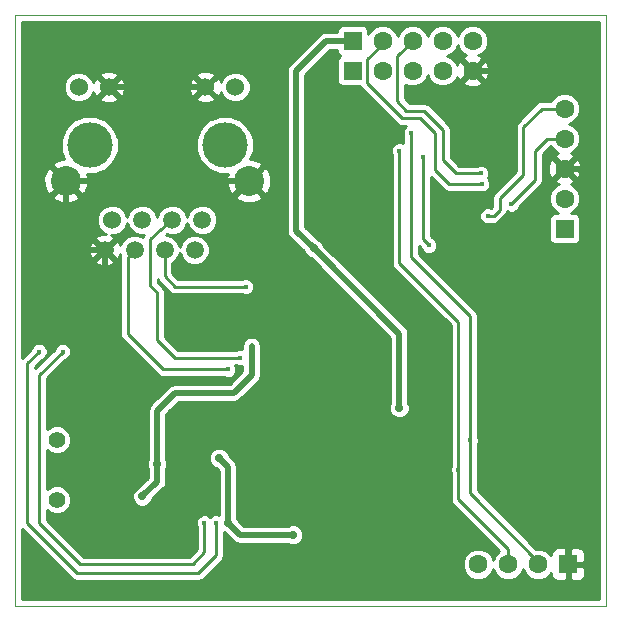
<source format=gbl>
G04 This is an RS-274x file exported by *
G04 gerbv version 2.6.0 *
G04 More information is available about gerbv at *
G04 http://gerbv.gpleda.org/ *
G04 --End of header info--*
%MOIN*%
%FSLAX34Y34*%
%IPPOS*%
G04 --Define apertures--*
%ADD10C,0.0060*%
%ADD11C,0.0039*%
%ADD12C,0.1516*%
%ADD13C,0.0591*%
%ADD14C,0.0600*%
%ADD15C,0.1000*%
%ADD16C,0.0630*%
%ADD17R,0.0630X0.0630*%
%ADD18C,0.0550*%
%ADD19C,0.0157*%
%ADD20C,0.0276*%
%ADD21C,0.0100*%
%ADD22C,0.0197*%
G04 --Start main section--*
G54D11*
G01X0040944Y-054331D02*
G01X0040944Y-034646D01*
G01X0040945Y-054330D02*
G01X0021260Y-054330D01*
G01X0021260Y-034645D02*
G01X0021260Y-054330D01*
G01X0021260Y-034645D02*
G01X0040945Y-034645D01*
G54D12*
G01X0028234Y-038976D03*
G01X0023734Y-038976D03*
G54D13*
G01X0024234Y-042476D03*
G54D14*
G01X0024484Y-041476D03*
G54D13*
G01X0025234Y-042476D03*
G01X0025484Y-041476D03*
G01X0026234Y-042476D03*
G01X0026484Y-041476D03*
G01X0027234Y-042476D03*
G54D15*
G01X0029033Y-040177D03*
G01X0022935Y-040177D03*
G54D14*
G01X0024376Y-037047D03*
G01X0027592Y-037047D03*
G01X0023376Y-037047D03*
G01X0028592Y-037047D03*
G54D13*
G01X0027484Y-041476D03*
G54D16*
G01X0039567Y-040764D03*
G01X0039567Y-039764D03*
G54D17*
G01X0039567Y-041764D03*
G54D16*
G01X0039567Y-038764D03*
G01X0039567Y-037764D03*
G01X0038689Y-052953D03*
G01X0037689Y-052953D03*
G54D17*
G01X0039689Y-052953D03*
G54D16*
G01X0036689Y-052953D03*
G54D18*
G01X0022638Y-050803D03*
G01X0022638Y-048803D03*
G54D16*
G01X0033500Y-035500D03*
G01X0034500Y-035500D03*
G54D17*
G01X0032500Y-035500D03*
G54D16*
G01X0035500Y-035500D03*
G01X0036500Y-035500D03*
G01X0033500Y-036500D03*
G01X0034500Y-036500D03*
G54D17*
G01X0032500Y-036500D03*
G54D16*
G01X0035500Y-036500D03*
G01X0036500Y-036500D03*
G54D19*
G01X0036811Y-040276D03*
G01X0036772Y-039921D03*
G01X0035039Y-042323D03*
G01X0034843Y-039370D03*
G01X0022835Y-045866D03*
G01X0027559Y-051575D03*
G01X0022047Y-045866D03*
G01X0027953Y-051575D03*
G01X0037008Y-041339D03*
G01X0037795Y-040945D03*
G01X0036417Y-048819D03*
G01X0034449Y-038583D03*
G01X0028740Y-046063D03*
G01X0028346Y-046457D03*
G01X0036024Y-049803D03*
G01X0034055Y-039173D03*
G54D20*
G01X0025000Y-050394D03*
G54D19*
G01X0036811Y-050394D03*
G54D20*
G01X0037992Y-037992D03*
G01X0025000Y-048130D03*
G01X0023720Y-050886D03*
G54D19*
G01X0028937Y-043701D03*
G54D20*
G01X0028346Y-051575D03*
G01X0025984Y-049606D03*
G01X0025492Y-050689D03*
G54D19*
G01X0029134Y-045669D03*
G01X0026181Y-047638D03*
G54D20*
G01X0031201Y-042421D03*
G01X0034055Y-047736D03*
G01X0028051Y-049409D03*
G01X0030512Y-051969D03*
G54D21*
G01X0035709Y-040276D02*
G01X0036811Y-040276D01*
G01X0032972Y-036909D02*
G01X0034154Y-038091D01*
G01X0033500Y-035500D02*
G01X0033500Y-035595D01*
G01X0034744Y-038091D02*
G01X0035236Y-038583D01*
G01X0035236Y-039803D02*
G01X0035709Y-040276D01*
G01X0034744Y-038091D02*
G01X0034154Y-038091D01*
G01X0032972Y-036123D02*
G01X0032972Y-036909D01*
G01X0033500Y-035595D02*
G01X0032972Y-036123D01*
G01X0035236Y-038583D02*
G01X0035236Y-039803D01*
G01X0034055Y-035945D02*
G01X0033996Y-036024D01*
G01X0034500Y-035500D02*
G01X0034055Y-035945D01*
G01X0036772Y-039921D02*
G01X0035944Y-039921D01*
G01X0035944Y-039921D02*
G01X0035512Y-039489D01*
G01X0034882Y-037835D02*
G01X0035512Y-038465D01*
G01X0033996Y-036024D02*
G01X0033996Y-037519D01*
G01X0035512Y-038465D02*
G01X0035512Y-039213D01*
G01X0035512Y-039489D02*
G01X0035512Y-039213D01*
G01X0033996Y-037519D02*
G01X0034292Y-037835D01*
G01X0034292Y-037835D02*
G01X0034882Y-037835D01*
G01X0034843Y-042127D02*
G01X0034843Y-039370D01*
G01X0035039Y-042323D02*
G01X0034843Y-042127D01*
G01X0023425Y-052953D02*
G01X0022047Y-051575D01*
G01X0027165Y-052953D02*
G01X0023425Y-052953D01*
G01X0022047Y-051575D02*
G01X0022047Y-047244D01*
G01X0022047Y-046654D02*
G01X0022835Y-045866D01*
G01X0027559Y-052559D02*
G01X0027165Y-052953D01*
G01X0022047Y-047244D02*
G01X0022047Y-046654D01*
G01X0027559Y-051575D02*
G01X0027559Y-052559D01*
G01X0021654Y-051575D02*
G01X0023130Y-053051D01*
G01X0021654Y-051575D02*
G01X0021654Y-046259D01*
G01X0023327Y-053248D02*
G01X0027362Y-053248D01*
G01X0021654Y-046259D02*
G01X0022047Y-045866D01*
G01X0023130Y-053051D02*
G01X0023327Y-053248D01*
G01X0027953Y-051575D02*
G01X0027953Y-052657D01*
G01X0027362Y-053248D02*
G01X0027953Y-052657D01*
G01X0037008Y-041339D02*
G01X0037205Y-041339D01*
G01X0038811Y-037764D02*
G01X0039567Y-037764D01*
G01X0038189Y-039961D02*
G01X0038189Y-038386D01*
G01X0037205Y-041339D02*
G01X0037402Y-041142D01*
G01X0037402Y-041142D02*
G01X0037402Y-040748D01*
G01X0038189Y-038386D02*
G01X0038811Y-037764D01*
G01X0037402Y-040748D02*
G01X0038189Y-039961D01*
G01X0037795Y-040945D02*
G01X0038583Y-040157D01*
G01X0038583Y-040157D02*
G01X0038583Y-039173D01*
G01X0038583Y-039173D02*
G01X0038992Y-038764D01*
G01X0038992Y-038764D02*
G01X0039567Y-038764D01*
G01X0034449Y-038583D02*
G01X0034449Y-042717D01*
G01X0036417Y-050590D02*
G01X0036417Y-048819D01*
G01X0038689Y-052862D02*
G01X0036417Y-050590D01*
G01X0034449Y-042717D02*
G01X0036417Y-044685D01*
G01X0036417Y-045276D02*
G01X0036417Y-048819D01*
G01X0036417Y-044685D02*
G01X0036417Y-045276D01*
G01X0038689Y-052953D02*
G01X0038689Y-052862D01*
G01X0028740Y-046063D02*
G01X0026575Y-046063D01*
G01X0025741Y-043684D02*
G01X0025747Y-042126D01*
G01X0026181Y-045669D02*
G01X0025984Y-045472D01*
G01X0025747Y-042126D02*
G01X0026437Y-041476D01*
G01X0026575Y-046063D02*
G01X0026181Y-045669D01*
G01X0026437Y-041476D02*
G01X0026484Y-041476D01*
G01X0025978Y-043881D02*
G01X0025741Y-043684D01*
G01X0025984Y-045472D02*
G01X0025978Y-043881D01*
G01X0025000Y-045276D02*
G01X0025000Y-042717D01*
G01X0025234Y-042483D02*
G01X0025234Y-042476D01*
G01X0025000Y-042717D02*
G01X0025234Y-042483D01*
G01X0026181Y-046457D02*
G01X0025000Y-045276D01*
G01X0028346Y-046457D02*
G01X0026181Y-046457D01*
G01X0036024Y-045276D02*
G01X0036024Y-049803D01*
G01X0034055Y-042913D02*
G01X0036024Y-044882D01*
G01X0037689Y-052453D02*
G01X0036024Y-050788D01*
G01X0036024Y-050788D02*
G01X0036024Y-049803D01*
G01X0034055Y-039173D02*
G01X0034055Y-042913D01*
G01X0037689Y-052953D02*
G01X0037689Y-052453D01*
G01X0036024Y-044882D02*
G01X0036024Y-045276D01*
G54D22*
G01X0039689Y-052953D02*
G01X0039689Y-051453D01*
G01X0040059Y-039764D02*
G01X0039567Y-039764D01*
G01X0040551Y-040256D02*
G01X0040059Y-039764D01*
G01X0040551Y-050591D02*
G01X0040551Y-040256D01*
G01X0039689Y-051453D02*
G01X0040551Y-050591D01*
G01X0025984Y-040177D02*
G01X0025984Y-040157D01*
G01X0025000Y-048130D02*
G01X0025000Y-050394D01*
G54D21*
G01X0039371Y-051969D02*
G01X0039689Y-052287D01*
G54D22*
G01X0022935Y-041734D02*
G01X0023677Y-042476D01*
G01X0024376Y-037047D02*
G01X0025984Y-037047D01*
G54D21*
G01X0038386Y-051969D02*
G01X0039371Y-051969D01*
G54D22*
G01X0025984Y-040177D02*
G01X0029033Y-040177D01*
G01X0025984Y-037047D02*
G01X0025984Y-040177D01*
G54D21*
G01X0037602Y-036500D02*
G01X0037992Y-036890D01*
G54D22*
G01X0024234Y-043088D02*
G01X0024234Y-042476D01*
G54D21*
G01X0039689Y-052287D02*
G01X0039689Y-052953D01*
G54D22*
G01X0022935Y-040177D02*
G01X0022935Y-041734D01*
G01X0025984Y-037047D02*
G01X0027592Y-037047D01*
G01X0037602Y-036500D02*
G01X0037992Y-036890D01*
G54D21*
G01X0037992Y-036890D02*
G01X0037992Y-037992D01*
G54D22*
G01X0037992Y-036890D02*
G01X0037992Y-037992D01*
G01X0036500Y-036500D02*
G01X0037602Y-036500D01*
G01X0023720Y-050886D02*
G01X0023720Y-043602D01*
G01X0023720Y-043602D02*
G01X0024234Y-043088D01*
G01X0023677Y-042476D02*
G01X0024234Y-042476D01*
G01X0025984Y-040157D02*
G01X0025984Y-040177D01*
G01X0022935Y-040177D02*
G01X0025984Y-040177D01*
G54D21*
G01X0036811Y-050394D02*
G01X0038386Y-051969D01*
G01X0026575Y-043701D02*
G01X0028937Y-043701D01*
G01X0026234Y-043360D02*
G01X0026575Y-043701D01*
G01X0026234Y-042476D02*
G01X0026234Y-043360D01*
G54D22*
G01X0025984Y-050197D02*
G01X0025492Y-050689D01*
G01X0025984Y-049606D02*
G01X0025984Y-050197D01*
G54D21*
G01X0029134Y-046654D02*
G01X0029134Y-045669D01*
G01X0028544Y-047244D02*
G01X0029134Y-046654D01*
G54D22*
G01X0030610Y-041830D02*
G01X0031201Y-042421D01*
G01X0029134Y-046654D02*
G01X0029134Y-045669D01*
G01X0028740Y-051969D02*
G01X0028346Y-051575D01*
G01X0028346Y-051575D02*
G01X0028346Y-049704D01*
G01X0034055Y-045275D02*
G01X0034055Y-047736D01*
G01X0032500Y-035500D02*
G01X0031626Y-035500D01*
G54D21*
G01X0026181Y-047638D02*
G01X0025984Y-047835D01*
G54D22*
G01X0025984Y-049606D02*
G01X0025984Y-047835D01*
G01X0031201Y-042421D02*
G01X0034055Y-045275D01*
G01X0028544Y-047244D02*
G01X0029134Y-046654D01*
G01X0028346Y-049704D02*
G01X0028051Y-049409D01*
G54D21*
G01X0026575Y-047244D02*
G01X0028544Y-047244D01*
G54D22*
G01X0026181Y-047638D02*
G01X0026575Y-047244D01*
G01X0025984Y-047835D02*
G01X0026181Y-047638D01*
G01X0030610Y-036516D02*
G01X0030610Y-041830D01*
G01X0030512Y-051969D02*
G01X0028740Y-051969D01*
G01X0031626Y-035500D02*
G01X0030610Y-036516D01*
G01X0026575Y-047244D02*
G01X0028544Y-047244D01*
G54D10*
G36*
G01X0040718Y-054104D02*
G01X0040254Y-054104D01*
G01X0040254Y-053065D01*
G01X0040254Y-052841D01*
G01X0040253Y-052687D01*
G01X0040253Y-052588D01*
G01X0040215Y-052497D01*
G01X0040145Y-052427D01*
G01X0040125Y-052418D01*
G01X0040125Y-039847D01*
G01X0040114Y-039627D01*
G01X0040089Y-039566D01*
G01X0040089Y-038869D01*
G01X0040089Y-038661D01*
G01X0040010Y-038469D01*
G01X0039863Y-038322D01*
G01X0039724Y-038263D01*
G01X0039862Y-038207D01*
G01X0040009Y-038060D01*
G01X0040089Y-037869D01*
G01X0040089Y-037661D01*
G01X0040010Y-037469D01*
G01X0039863Y-037322D01*
G01X0039672Y-037242D01*
G01X0039464Y-037242D01*
G01X0039272Y-037321D01*
G01X0039125Y-037468D01*
G01X0039108Y-037507D01*
G01X0038811Y-037507D01*
G01X0038713Y-037527D01*
G01X0038629Y-037582D01*
G01X0038627Y-037584D01*
G01X0038007Y-038204D01*
G01X0037952Y-038288D01*
G01X0037932Y-038386D01*
G01X0037932Y-039854D01*
G01X0037220Y-040566D01*
G01X0037165Y-040650D01*
G01X0037145Y-040748D01*
G01X0037145Y-041035D01*
G01X0037107Y-041072D01*
G01X0037065Y-041055D01*
G01X0036952Y-041055D01*
G01X0036848Y-041098D01*
G01X0036768Y-041178D01*
G01X0036724Y-041282D01*
G01X0036724Y-041395D01*
G01X0036767Y-041499D01*
G01X0036847Y-041579D01*
G01X0036951Y-041623D01*
G01X0037064Y-041623D01*
G01X0037129Y-041596D01*
G01X0037205Y-041596D01*
G01X0037303Y-041576D01*
G01X0037387Y-041521D01*
G01X0037581Y-041325D01*
G01X0037583Y-041324D01*
G01X0037584Y-041324D01*
G01X0037638Y-041241D01*
G01X0037639Y-041240D01*
G01X0037648Y-041191D01*
G01X0037738Y-041229D01*
G01X0037851Y-041229D01*
G01X0037955Y-041186D01*
G01X0038035Y-041106D01*
G01X0038062Y-041041D01*
G01X0038762Y-040340D01*
G01X0038764Y-040339D01*
G01X0038765Y-040339D01*
G01X0038797Y-040288D01*
G01X0038820Y-040256D01*
G01X0038820Y-040255D01*
G01X0038840Y-040157D01*
G01X0038840Y-039279D01*
G01X0039098Y-039021D01*
G01X0039108Y-039021D01*
G01X0039124Y-039059D01*
G01X0039271Y-039206D01*
G01X0039363Y-039244D01*
G01X0039277Y-039280D01*
G01X0039249Y-039375D01*
G01X0039567Y-039693D01*
G01X0039885Y-039375D01*
G01X0039857Y-039280D01*
G01X0039764Y-039247D01*
G01X0039862Y-039207D01*
G01X0040009Y-039060D01*
G01X0040089Y-038869D01*
G01X0040089Y-039566D01*
G01X0040051Y-039474D01*
G01X0039956Y-039446D01*
G01X0039638Y-039764D01*
G01X0039956Y-040082D01*
G01X0040051Y-040054D01*
G01X0040125Y-039847D01*
G01X0040125Y-052418D01*
G01X0040089Y-052403D01*
G01X0040089Y-042120D01*
G01X0040089Y-042038D01*
G01X0040089Y-041408D01*
G01X0040058Y-041332D01*
G01X0039999Y-041274D01*
G01X0039923Y-041242D01*
G01X0039841Y-041242D01*
G01X0039776Y-041242D01*
G01X0039862Y-041207D01*
G01X0040009Y-041060D01*
G01X0040089Y-040869D01*
G01X0040089Y-040661D01*
G01X0040010Y-040469D01*
G01X0039863Y-040322D01*
G01X0039770Y-040283D01*
G01X0039857Y-040248D01*
G01X0039885Y-040153D01*
G01X0039567Y-039835D01*
G01X0039496Y-039906D01*
G01X0039496Y-039764D01*
G01X0039178Y-039446D01*
G01X0039083Y-039474D01*
G01X0039009Y-039681D01*
G01X0039020Y-039901D01*
G01X0039083Y-040054D01*
G01X0039178Y-040082D01*
G01X0039496Y-039764D01*
G01X0039496Y-039906D01*
G01X0039249Y-040153D01*
G01X0039277Y-040248D01*
G01X0039369Y-040280D01*
G01X0039272Y-040321D01*
G01X0039125Y-040468D01*
G01X0039045Y-040659D01*
G01X0039045Y-040867D01*
G01X0039124Y-041059D01*
G01X0039271Y-041206D01*
G01X0039356Y-041242D01*
G01X0039211Y-041242D01*
G01X0039135Y-041273D01*
G01X0039077Y-041332D01*
G01X0039045Y-041408D01*
G01X0039045Y-041490D01*
G01X0039045Y-042120D01*
G01X0039076Y-042196D01*
G01X0039135Y-042254D01*
G01X0039211Y-042286D01*
G01X0039293Y-042286D01*
G01X0039923Y-042286D01*
G01X0039999Y-042255D01*
G01X0040057Y-042196D01*
G01X0040089Y-042120D01*
G01X0040089Y-052403D01*
G01X0040053Y-052389D01*
G01X0039801Y-052388D01*
G01X0039739Y-052450D01*
G01X0039739Y-052903D01*
G01X0040192Y-052903D01*
G01X0040254Y-052841D01*
G01X0040254Y-053065D01*
G01X0040192Y-053003D01*
G01X0039739Y-053003D01*
G01X0039739Y-053456D01*
G01X0039801Y-053518D01*
G01X0040053Y-053517D01*
G01X0040145Y-053479D01*
G01X0040215Y-053409D01*
G01X0040253Y-053318D01*
G01X0040253Y-053219D01*
G01X0040254Y-053065D01*
G01X0040254Y-054104D01*
G01X0039639Y-054104D01*
G01X0039639Y-053456D01*
G01X0039639Y-053053D01*
G01X0039639Y-053003D01*
G01X0039639Y-052903D01*
G01X0039639Y-052853D01*
G01X0039639Y-052450D01*
G01X0039577Y-052388D01*
G01X0039325Y-052389D01*
G01X0039233Y-052427D01*
G01X0039163Y-052497D01*
G01X0039125Y-052588D01*
G01X0039125Y-052651D01*
G01X0038985Y-052511D01*
G01X0038794Y-052431D01*
G01X0038622Y-052431D01*
G01X0036674Y-050483D01*
G01X0036674Y-048939D01*
G01X0036701Y-048876D01*
G01X0036701Y-048763D01*
G01X0036674Y-048697D01*
G01X0036674Y-045276D01*
G01X0036674Y-044685D01*
G01X0036654Y-044587D01*
G01X0036599Y-044503D01*
G01X0034706Y-042610D01*
G01X0034706Y-042354D01*
G01X0034771Y-042419D01*
G01X0034798Y-042483D01*
G01X0034878Y-042563D01*
G01X0034982Y-042607D01*
G01X0035095Y-042607D01*
G01X0035199Y-042564D01*
G01X0035279Y-042484D01*
G01X0035323Y-042380D01*
G01X0035323Y-042267D01*
G01X0035280Y-042163D01*
G01X0035200Y-042083D01*
G01X0035135Y-042055D01*
G01X0035100Y-042020D01*
G01X0035100Y-040030D01*
G01X0035525Y-040455D01*
G01X0035527Y-040458D01*
G01X0035610Y-040512D01*
G01X0035611Y-040513D01*
G01X0035688Y-040528D01*
G01X0035708Y-040533D01*
G01X0035708Y-040532D01*
G01X0035709Y-040533D01*
G01X0036690Y-040533D01*
G01X0036754Y-040560D01*
G01X0036867Y-040560D01*
G01X0036971Y-040517D01*
G01X0037051Y-040437D01*
G01X0037095Y-040333D01*
G01X0037095Y-040220D01*
G01X0037058Y-040130D01*
G01X0037058Y-036583D01*
G01X0037047Y-036363D01*
G01X0036984Y-036210D01*
G01X0036889Y-036182D01*
G01X0036571Y-036500D01*
G01X0036889Y-036818D01*
G01X0036984Y-036790D01*
G01X0037058Y-036583D01*
G01X0037058Y-040130D01*
G01X0037052Y-040116D01*
G01X0037013Y-040077D01*
G01X0037056Y-039978D01*
G01X0037056Y-039865D01*
G01X0037013Y-039761D01*
G01X0036933Y-039681D01*
G01X0036829Y-039637D01*
G01X0036818Y-039637D01*
G01X0036818Y-036889D01*
G01X0036500Y-036571D01*
G01X0036182Y-036889D01*
G01X0036210Y-036984D01*
G01X0036417Y-037058D01*
G01X0036637Y-037047D01*
G01X0036790Y-036984D01*
G01X0036818Y-036889D01*
G01X0036818Y-039637D01*
G01X0036716Y-039637D01*
G01X0036650Y-039664D01*
G01X0036050Y-039664D01*
G01X0035769Y-039382D01*
G01X0035769Y-039213D01*
G01X0035769Y-038465D01*
G01X0035768Y-038464D01*
G01X0035769Y-038464D01*
G01X0035764Y-038444D01*
G01X0035749Y-038367D01*
G01X0035748Y-038366D01*
G01X0035694Y-038283D01*
G01X0035691Y-038281D01*
G01X0035064Y-037653D01*
G01X0034980Y-037598D01*
G01X0034882Y-037578D01*
G01X0034403Y-037578D01*
G01X0034253Y-037416D01*
G01X0034253Y-036962D01*
G01X0034395Y-037022D01*
G01X0034603Y-037022D01*
G01X0034795Y-036943D01*
G01X0034942Y-036796D01*
G01X0035000Y-036657D01*
G01X0035057Y-036795D01*
G01X0035204Y-036942D01*
G01X0035395Y-037022D01*
G01X0035603Y-037022D01*
G01X0035795Y-036943D01*
G01X0035942Y-036796D01*
G01X0035980Y-036703D01*
G01X0036016Y-036790D01*
G01X0036111Y-036818D01*
G01X0036429Y-036500D01*
G01X0036111Y-036182D01*
G01X0036016Y-036210D01*
G01X0035983Y-036302D01*
G01X0035943Y-036205D01*
G01X0035796Y-036058D01*
G01X0035657Y-035999D01*
G01X0035795Y-035943D01*
G01X0035942Y-035796D01*
G01X0036000Y-035657D01*
G01X0036057Y-035795D01*
G01X0036204Y-035942D01*
G01X0036296Y-035980D01*
G01X0036210Y-036016D01*
G01X0036182Y-036111D01*
G01X0036500Y-036429D01*
G01X0036818Y-036111D01*
G01X0036790Y-036016D01*
G01X0036697Y-035983D01*
G01X0036795Y-035943D01*
G01X0036942Y-035796D01*
G01X0037022Y-035605D01*
G01X0037022Y-035397D01*
G01X0036943Y-035205D01*
G01X0036796Y-035058D01*
G01X0036605Y-034978D01*
G01X0036397Y-034978D01*
G01X0036205Y-035057D01*
G01X0036058Y-035204D01*
G01X0035999Y-035342D01*
G01X0035943Y-035205D01*
G01X0035796Y-035058D01*
G01X0035605Y-034978D01*
G01X0035397Y-034978D01*
G01X0035205Y-035057D01*
G01X0035058Y-035204D01*
G01X0034999Y-035342D01*
G01X0034943Y-035205D01*
G01X0034796Y-035058D01*
G01X0034605Y-034978D01*
G01X0034397Y-034978D01*
G01X0034205Y-035057D01*
G01X0034058Y-035204D01*
G01X0033999Y-035342D01*
G01X0033943Y-035205D01*
G01X0033796Y-035058D01*
G01X0033605Y-034978D01*
G01X0033397Y-034978D01*
G01X0033205Y-035057D01*
G01X0033058Y-035204D01*
G01X0033022Y-035289D01*
G01X0033022Y-035144D01*
G01X0032991Y-035068D01*
G01X0032932Y-035010D01*
G01X0032856Y-034978D01*
G01X0032774Y-034978D01*
G01X0032144Y-034978D01*
G01X0032068Y-035009D01*
G01X0032010Y-035068D01*
G01X0031978Y-035144D01*
G01X0031978Y-035195D01*
G01X0031626Y-035195D01*
G01X0031625Y-035195D01*
G01X0031509Y-035218D01*
G01X0031410Y-035284D01*
G01X0031408Y-035286D01*
G01X0030394Y-036300D01*
G01X0030328Y-036399D01*
G01X0030305Y-036516D01*
G01X0030305Y-041830D01*
G01X0030328Y-041947D01*
G01X0030394Y-042046D01*
G01X0030870Y-042521D01*
G01X0030909Y-042615D01*
G01X0031006Y-042712D01*
G01X0031099Y-042751D01*
G01X0033750Y-045402D01*
G01X0033750Y-047574D01*
G01X0033711Y-047667D01*
G01X0033711Y-047804D01*
G01X0033763Y-047930D01*
G01X0033860Y-048027D01*
G01X0033986Y-048080D01*
G01X0034123Y-048080D01*
G01X0034249Y-048028D01*
G01X0034346Y-047931D01*
G01X0034399Y-047805D01*
G01X0034399Y-047668D01*
G01X0034360Y-047573D01*
G01X0034360Y-045275D01*
G01X0034337Y-045158D01*
G01X0034271Y-045059D01*
G01X0031530Y-042318D01*
G01X0031493Y-042227D01*
G01X0031396Y-042130D01*
G01X0031301Y-042090D01*
G01X0030915Y-041703D01*
G01X0030915Y-036642D01*
G01X0031752Y-035805D01*
G01X0031978Y-035805D01*
G01X0031978Y-035856D01*
G01X0032009Y-035932D01*
G01X0032068Y-035990D01*
G01X0032090Y-035999D01*
G01X0032068Y-036009D01*
G01X0032010Y-036068D01*
G01X0031978Y-036144D01*
G01X0031978Y-036226D01*
G01X0031978Y-036856D01*
G01X0032009Y-036932D01*
G01X0032068Y-036990D01*
G01X0032144Y-037022D01*
G01X0032226Y-037022D01*
G01X0032744Y-037022D01*
G01X0032790Y-037091D01*
G01X0033970Y-038270D01*
G01X0033972Y-038273D01*
G01X0034055Y-038327D01*
G01X0034056Y-038328D01*
G01X0034154Y-038348D01*
G01X0034283Y-038348D01*
G01X0034209Y-038422D01*
G01X0034165Y-038526D01*
G01X0034165Y-038639D01*
G01X0034192Y-038704D01*
G01X0034192Y-038922D01*
G01X0034112Y-038889D01*
G01X0033999Y-038889D01*
G01X0033895Y-038932D01*
G01X0033815Y-039012D01*
G01X0033771Y-039116D01*
G01X0033771Y-039229D01*
G01X0033798Y-039294D01*
G01X0033798Y-042913D01*
G01X0033818Y-043011D01*
G01X0033873Y-043095D01*
G01X0035767Y-044988D01*
G01X0035767Y-045276D01*
G01X0035767Y-049682D01*
G01X0035740Y-049746D01*
G01X0035740Y-049859D01*
G01X0035767Y-049924D01*
G01X0035767Y-050788D01*
G01X0035787Y-050886D01*
G01X0035842Y-050970D01*
G01X0037388Y-052515D01*
G01X0037247Y-052657D01*
G01X0037188Y-052795D01*
G01X0037132Y-052658D01*
G01X0036985Y-052511D01*
G01X0036794Y-052431D01*
G01X0036586Y-052431D01*
G01X0036394Y-052510D01*
G01X0036247Y-052657D01*
G01X0036167Y-052848D01*
G01X0036167Y-053056D01*
G01X0036246Y-053248D01*
G01X0036393Y-053395D01*
G01X0036584Y-053475D01*
G01X0036792Y-053475D01*
G01X0036984Y-053396D01*
G01X0037131Y-053249D01*
G01X0037189Y-053110D01*
G01X0037246Y-053248D01*
G01X0037393Y-053395D01*
G01X0037584Y-053475D01*
G01X0037792Y-053475D01*
G01X0037984Y-053396D01*
G01X0038131Y-053249D01*
G01X0038189Y-053110D01*
G01X0038246Y-053248D01*
G01X0038393Y-053395D01*
G01X0038584Y-053475D01*
G01X0038792Y-053475D01*
G01X0038984Y-053396D01*
G01X0039125Y-053255D01*
G01X0039125Y-053318D01*
G01X0039163Y-053409D01*
G01X0039233Y-053479D01*
G01X0039325Y-053517D01*
G01X0039577Y-053518D01*
G01X0039639Y-053456D01*
G01X0039639Y-054104D01*
G01X0021486Y-054104D01*
G01X0021486Y-051770D01*
G01X0022946Y-053230D01*
G01X0022948Y-053233D01*
G01X0023143Y-053427D01*
G01X0023145Y-053430D01*
G01X0023228Y-053484D01*
G01X0023229Y-053485D01*
G01X0023327Y-053505D01*
G01X0027362Y-053505D01*
G01X0027460Y-053485D01*
G01X0027544Y-053430D01*
G01X0028132Y-052840D01*
G01X0028134Y-052839D01*
G01X0028135Y-052839D01*
G01X0028189Y-052756D01*
G01X0028190Y-052755D01*
G01X0028205Y-052678D01*
G01X0028210Y-052658D01*
G01X0028209Y-052657D01*
G01X0028210Y-052657D01*
G01X0028210Y-051890D01*
G01X0028244Y-051905D01*
G01X0028524Y-052185D01*
G01X0028623Y-052251D01*
G01X0028740Y-052274D01*
G01X0030350Y-052274D01*
G01X0030443Y-052313D01*
G01X0030580Y-052313D01*
G01X0030706Y-052261D01*
G01X0030803Y-052164D01*
G01X0030856Y-052038D01*
G01X0030856Y-051901D01*
G01X0030804Y-051775D01*
G01X0030707Y-051678D01*
G01X0030581Y-051625D01*
G01X0030444Y-051625D01*
G01X0030349Y-051664D01*
G01X0029772Y-051664D01*
G01X0029772Y-040304D01*
G01X0029764Y-040012D01*
G01X0029667Y-039777D01*
G01X0029553Y-039727D01*
G01X0029483Y-039797D01*
G01X0029483Y-039657D01*
G01X0029433Y-039543D01*
G01X0029160Y-039438D01*
G01X0029085Y-039440D01*
G01X0029198Y-039168D01*
G01X0029198Y-038785D01*
G01X0029098Y-038542D01*
G01X0029098Y-037148D01*
G01X0029098Y-036947D01*
G01X0029021Y-036761D01*
G01X0028879Y-036618D01*
G01X0028693Y-036541D01*
G01X0028492Y-036541D01*
G01X0028306Y-036618D01*
G01X0028163Y-036760D01*
G01X0028111Y-036883D01*
G01X0028064Y-036766D01*
G01X0027970Y-036739D01*
G01X0027900Y-036809D01*
G01X0027900Y-036669D01*
G01X0027873Y-036575D01*
G01X0027671Y-036504D01*
G01X0027458Y-036515D01*
G01X0027311Y-036575D01*
G01X0027284Y-036669D01*
G01X0027592Y-036976D01*
G01X0027900Y-036669D01*
G01X0027900Y-036809D01*
G01X0027663Y-037047D01*
G01X0027970Y-037355D01*
G01X0028064Y-037328D01*
G01X0028108Y-037201D01*
G01X0028163Y-037333D01*
G01X0028305Y-037476D01*
G01X0028491Y-037553D01*
G01X0028692Y-037553D01*
G01X0028878Y-037476D01*
G01X0029021Y-037334D01*
G01X0029098Y-037148D01*
G01X0029098Y-038542D01*
G01X0029052Y-038431D01*
G01X0028781Y-038159D01*
G01X0028426Y-038012D01*
G01X0028043Y-038012D01*
G01X0027900Y-038070D01*
G01X0027900Y-037425D01*
G01X0027592Y-037118D01*
G01X0027521Y-037188D01*
G01X0027521Y-037047D01*
G01X0027214Y-036739D01*
G01X0027120Y-036766D01*
G01X0027049Y-036968D01*
G01X0027060Y-037181D01*
G01X0027120Y-037328D01*
G01X0027214Y-037355D01*
G01X0027521Y-037047D01*
G01X0027521Y-037188D01*
G01X0027284Y-037425D01*
G01X0027311Y-037519D01*
G01X0027513Y-037590D01*
G01X0027726Y-037579D01*
G01X0027873Y-037519D01*
G01X0027900Y-037425D01*
G01X0027900Y-038070D01*
G01X0027689Y-038158D01*
G01X0027417Y-038429D01*
G01X0027270Y-038784D01*
G01X0027270Y-039167D01*
G01X0027416Y-039521D01*
G01X0027687Y-039793D01*
G01X0028042Y-039940D01*
G01X0028336Y-039940D01*
G01X0028294Y-040050D01*
G01X0028302Y-040342D01*
G01X0028399Y-040577D01*
G01X0028513Y-040627D01*
G01X0028927Y-040212D01*
G01X0028962Y-040177D01*
G01X0029033Y-040106D01*
G01X0029068Y-040071D01*
G01X0029483Y-039657D01*
G01X0029483Y-039797D01*
G01X0029104Y-040177D01*
G01X0029553Y-040627D01*
G01X0029667Y-040577D01*
G01X0029772Y-040304D01*
G01X0029772Y-051664D01*
G01X0029483Y-051664D01*
G01X0029483Y-040697D01*
G01X0029033Y-040248D01*
G01X0028583Y-040697D01*
G01X0028633Y-040811D01*
G01X0028906Y-040916D01*
G01X0029198Y-040908D01*
G01X0029433Y-040811D01*
G01X0029483Y-040697D01*
G01X0029483Y-051664D01*
G01X0029439Y-051664D01*
G01X0029439Y-046654D01*
G01X0029439Y-045669D01*
G01X0029416Y-045552D01*
G01X0029350Y-045453D01*
G01X0029251Y-045387D01*
G01X0029134Y-045364D01*
G01X0029017Y-045387D01*
G01X0028918Y-045453D01*
G01X0028852Y-045552D01*
G01X0028829Y-045669D01*
G01X0028829Y-045792D01*
G01X0028797Y-045779D01*
G01X0028684Y-045779D01*
G01X0028618Y-045806D01*
G01X0026682Y-045806D01*
G01X0026363Y-045487D01*
G01X0026360Y-045485D01*
G01X0026240Y-045364D01*
G01X0026235Y-043880D01*
G01X0026232Y-043868D01*
G01X0026234Y-043857D01*
G01X0026222Y-043819D01*
G01X0026215Y-043782D01*
G01X0026208Y-043771D01*
G01X0026205Y-043761D01*
G01X0026182Y-043732D01*
G01X0026159Y-043698D01*
G01X0026148Y-043691D01*
G01X0026142Y-043683D01*
G01X0025998Y-043563D01*
G01X0025998Y-043460D01*
G01X0026052Y-043542D01*
G01X0026393Y-043883D01*
G01X0026477Y-043938D01*
G01X0026575Y-043958D01*
G01X0028816Y-043958D01*
G01X0028880Y-043985D01*
G01X0028993Y-043985D01*
G01X0029097Y-043942D01*
G01X0029177Y-043862D01*
G01X0029221Y-043758D01*
G01X0029221Y-043645D01*
G01X0029178Y-043541D01*
G01X0029098Y-043461D01*
G01X0028994Y-043417D01*
G01X0028881Y-043417D01*
G01X0028815Y-043444D01*
G01X0026682Y-043444D01*
G01X0026491Y-043253D01*
G01X0026491Y-042911D01*
G01X0026517Y-042901D01*
G01X0026658Y-042760D01*
G01X0026734Y-042577D01*
G01X0026809Y-042759D01*
G01X0026950Y-042900D01*
G01X0027134Y-042977D01*
G01X0027333Y-042977D01*
G01X0027517Y-042901D01*
G01X0027658Y-042760D01*
G01X0027735Y-042576D01*
G01X0027735Y-042377D01*
G01X0027659Y-042193D01*
G01X0027518Y-042052D01*
G01X0027334Y-041975D01*
G01X0027135Y-041975D01*
G01X0026951Y-042051D01*
G01X0026810Y-042192D01*
G01X0026733Y-042374D01*
G01X0026659Y-042193D01*
G01X0026518Y-042052D01*
G01X0026334Y-041975D01*
G01X0026281Y-041975D01*
G01X0026311Y-041946D01*
G01X0026384Y-041977D01*
G01X0026583Y-041977D01*
G01X0026767Y-041901D01*
G01X0026908Y-041760D01*
G01X0026984Y-041577D01*
G01X0027059Y-041759D01*
G01X0027200Y-041900D01*
G01X0027384Y-041977D01*
G01X0027583Y-041977D01*
G01X0027767Y-041901D01*
G01X0027908Y-041760D01*
G01X0027985Y-041576D01*
G01X0027985Y-041377D01*
G01X0027909Y-041193D01*
G01X0027768Y-041052D01*
G01X0027584Y-040975D01*
G01X0027385Y-040975D01*
G01X0027201Y-041051D01*
G01X0027060Y-041192D01*
G01X0026983Y-041374D01*
G01X0026909Y-041193D01*
G01X0026768Y-041052D01*
G01X0026584Y-040975D01*
G01X0026385Y-040975D01*
G01X0026201Y-041051D01*
G01X0026060Y-041192D01*
G01X0025983Y-041374D01*
G01X0025909Y-041193D01*
G01X0025768Y-041052D01*
G01X0025584Y-040975D01*
G01X0025385Y-040975D01*
G01X0025201Y-041051D01*
G01X0025060Y-041192D01*
G01X0024986Y-041367D01*
G01X0024919Y-041204D01*
G01X0024919Y-037126D01*
G01X0024908Y-036913D01*
G01X0024848Y-036766D01*
G01X0024754Y-036739D01*
G01X0024684Y-036809D01*
G01X0024684Y-036669D01*
G01X0024657Y-036575D01*
G01X0024455Y-036504D01*
G01X0024242Y-036515D01*
G01X0024095Y-036575D01*
G01X0024068Y-036669D01*
G01X0024376Y-036976D01*
G01X0024684Y-036669D01*
G01X0024684Y-036809D01*
G01X0024447Y-037047D01*
G01X0024754Y-037355D01*
G01X0024848Y-037328D01*
G01X0024919Y-037126D01*
G01X0024919Y-041204D01*
G01X0024913Y-041190D01*
G01X0024771Y-041047D01*
G01X0024698Y-041016D01*
G01X0024698Y-039168D01*
G01X0024698Y-038785D01*
G01X0024684Y-038751D01*
G01X0024684Y-037425D01*
G01X0024376Y-037118D01*
G01X0024305Y-037188D01*
G01X0024305Y-037047D01*
G01X0023998Y-036739D01*
G01X0023904Y-036766D01*
G01X0023859Y-036892D01*
G01X0023805Y-036761D01*
G01X0023663Y-036618D01*
G01X0023477Y-036541D01*
G01X0023276Y-036541D01*
G01X0023090Y-036618D01*
G01X0022947Y-036760D01*
G01X0022870Y-036946D01*
G01X0022870Y-037147D01*
G01X0022947Y-037333D01*
G01X0023089Y-037476D01*
G01X0023275Y-037553D01*
G01X0023476Y-037553D01*
G01X0023662Y-037476D01*
G01X0023805Y-037334D01*
G01X0023856Y-037210D01*
G01X0023904Y-037328D01*
G01X0023998Y-037355D01*
G01X0024305Y-037047D01*
G01X0024305Y-037188D01*
G01X0024068Y-037425D01*
G01X0024095Y-037519D01*
G01X0024297Y-037590D01*
G01X0024510Y-037579D01*
G01X0024657Y-037519D01*
G01X0024684Y-037425D01*
G01X0024684Y-038751D01*
G01X0024552Y-038431D01*
G01X0024281Y-038159D01*
G01X0023926Y-038012D01*
G01X0023543Y-038012D01*
G01X0023189Y-038158D01*
G01X0022917Y-038429D01*
G01X0022770Y-038784D01*
G01X0022770Y-039167D01*
G01X0022883Y-039442D01*
G01X0022770Y-039446D01*
G01X0022535Y-039543D01*
G01X0022485Y-039657D01*
G01X0022900Y-040071D01*
G01X0022935Y-040106D01*
G01X0023006Y-040177D01*
G01X0023041Y-040212D01*
G01X0023455Y-040627D01*
G01X0023569Y-040577D01*
G01X0023674Y-040304D01*
G01X0023666Y-040012D01*
G01X0023636Y-039940D01*
G01X0023925Y-039940D01*
G01X0024279Y-039794D01*
G01X0024551Y-039523D01*
G01X0024698Y-039168D01*
G01X0024698Y-041016D01*
G01X0024585Y-040970D01*
G01X0024384Y-040970D01*
G01X0024198Y-041047D01*
G01X0024055Y-041189D01*
G01X0023978Y-041375D01*
G01X0023978Y-041576D01*
G01X0024055Y-041762D01*
G01X0024197Y-041905D01*
G01X0024276Y-041937D01*
G01X0024100Y-041948D01*
G01X0023955Y-042008D01*
G01X0023930Y-042101D01*
G01X0024234Y-042405D01*
G01X0024538Y-042101D01*
G01X0024513Y-042008D01*
G01X0024440Y-041982D01*
G01X0024584Y-041982D01*
G01X0024770Y-041905D01*
G01X0024913Y-041763D01*
G01X0024986Y-041584D01*
G01X0025059Y-041759D01*
G01X0025200Y-041900D01*
G01X0025384Y-041977D01*
G01X0025542Y-041977D01*
G01X0025525Y-042003D01*
G01X0025513Y-042021D01*
G01X0025512Y-042023D01*
G01X0025510Y-042027D01*
G01X0025505Y-042046D01*
G01X0025334Y-041975D01*
G01X0025135Y-041975D01*
G01X0024951Y-042051D01*
G01X0024810Y-042192D01*
G01X0024754Y-042324D01*
G01X0024702Y-042197D01*
G01X0024609Y-042172D01*
G01X0024305Y-042476D01*
G01X0024609Y-042780D01*
G01X0024702Y-042755D01*
G01X0024750Y-042618D01*
G01X0024759Y-042638D01*
G01X0024743Y-042717D01*
G01X0024743Y-045276D01*
G01X0024763Y-045374D01*
G01X0024818Y-045458D01*
G01X0025999Y-046639D01*
G01X0026083Y-046694D01*
G01X0026181Y-046714D01*
G01X0028225Y-046714D01*
G01X0028289Y-046741D01*
G01X0028402Y-046741D01*
G01X0028506Y-046698D01*
G01X0028586Y-046618D01*
G01X0028630Y-046514D01*
G01X0028630Y-046401D01*
G01X0028596Y-046320D01*
G01X0028619Y-046320D01*
G01X0028683Y-046347D01*
G01X0028796Y-046347D01*
G01X0028829Y-046333D01*
G01X0028829Y-046527D01*
G01X0028417Y-046939D01*
G01X0026575Y-046939D01*
G01X0026458Y-046962D01*
G01X0026359Y-047028D01*
G01X0025965Y-047422D01*
G01X0025963Y-047424D01*
G01X0025768Y-047619D01*
G01X0025702Y-047718D01*
G01X0025679Y-047835D01*
G01X0025679Y-049444D01*
G01X0025640Y-049537D01*
G01X0025640Y-049674D01*
G01X0025679Y-049768D01*
G01X0025679Y-050070D01*
G01X0025390Y-050358D01*
G01X0025298Y-050397D01*
G01X0025201Y-050494D01*
G01X0025148Y-050620D01*
G01X0025148Y-050757D01*
G01X0025200Y-050883D01*
G01X0025297Y-050980D01*
G01X0025423Y-051033D01*
G01X0025560Y-051033D01*
G01X0025686Y-050981D01*
G01X0025783Y-050884D01*
G01X0025822Y-050790D01*
G01X0026197Y-050414D01*
G01X0026199Y-050413D01*
G01X0026200Y-050413D01*
G01X0026266Y-050314D01*
G01X0026289Y-050198D01*
G01X0026288Y-050197D01*
G01X0026289Y-050197D01*
G01X0026289Y-049767D01*
G01X0026328Y-049675D01*
G01X0026328Y-049538D01*
G01X0026289Y-049443D01*
G01X0026289Y-047961D01*
G01X0026394Y-047855D01*
G01X0026396Y-047854D01*
G01X0026397Y-047854D01*
G01X0026702Y-047549D01*
G01X0028544Y-047549D01*
G01X0028661Y-047526D01*
G01X0028760Y-047460D01*
G01X0029347Y-046871D01*
G01X0029349Y-046870D01*
G01X0029350Y-046870D01*
G01X0029416Y-046771D01*
G01X0029439Y-046654D01*
G01X0029439Y-051664D01*
G01X0028867Y-051664D01*
G01X0028675Y-051472D01*
G01X0028651Y-051412D01*
G01X0028651Y-049704D01*
G01X0028628Y-049587D01*
G01X0028562Y-049488D01*
G01X0028380Y-049306D01*
G01X0028343Y-049215D01*
G01X0028246Y-049118D01*
G01X0028120Y-049065D01*
G01X0027983Y-049065D01*
G01X0027857Y-049117D01*
G01X0027760Y-049214D01*
G01X0027707Y-049340D01*
G01X0027707Y-049477D01*
G01X0027759Y-049603D01*
G01X0027856Y-049700D01*
G01X0027949Y-049739D01*
G01X0028041Y-049831D01*
G01X0028041Y-051304D01*
G01X0028010Y-051291D01*
G01X0027897Y-051291D01*
G01X0027793Y-051334D01*
G01X0027756Y-051371D01*
G01X0027720Y-051335D01*
G01X0027616Y-051291D01*
G01X0027503Y-051291D01*
G01X0027399Y-051334D01*
G01X0027319Y-051414D01*
G01X0027275Y-051518D01*
G01X0027275Y-051631D01*
G01X0027302Y-051696D01*
G01X0027302Y-052452D01*
G01X0027058Y-052696D01*
G01X0024538Y-052696D01*
G01X0024538Y-042851D01*
G01X0024234Y-042547D01*
G01X0024163Y-042618D01*
G01X0024163Y-042476D01*
G01X0023859Y-042172D01*
G01X0023766Y-042197D01*
G01X0023694Y-042398D01*
G01X0023706Y-042610D01*
G01X0023766Y-042755D01*
G01X0023859Y-042780D01*
G01X0024163Y-042476D01*
G01X0024163Y-042618D01*
G01X0023930Y-042851D01*
G01X0023955Y-042944D01*
G01X0024156Y-043016D01*
G01X0024368Y-043004D01*
G01X0024513Y-042944D01*
G01X0024538Y-042851D01*
G01X0024538Y-052696D01*
G01X0023531Y-052696D01*
G01X0023385Y-052549D01*
G01X0023385Y-040697D01*
G01X0022935Y-040248D01*
G01X0022864Y-040318D01*
G01X0022864Y-040177D01*
G01X0022415Y-039727D01*
G01X0022301Y-039777D01*
G01X0022196Y-040050D01*
G01X0022204Y-040342D01*
G01X0022301Y-040577D01*
G01X0022415Y-040627D01*
G01X0022864Y-040177D01*
G01X0022864Y-040318D01*
G01X0022485Y-040697D01*
G01X0022535Y-040811D01*
G01X0022808Y-040916D01*
G01X0023100Y-040908D01*
G01X0023335Y-040811D01*
G01X0023385Y-040697D01*
G01X0023385Y-052549D01*
G01X0022304Y-051468D01*
G01X0022304Y-051150D01*
G01X0022364Y-051211D01*
G01X0022541Y-051285D01*
G01X0022733Y-051285D01*
G01X0022910Y-051212D01*
G01X0023046Y-051077D01*
G01X0023120Y-050900D01*
G01X0023120Y-050708D01*
G01X0023047Y-050531D01*
G01X0022912Y-050395D01*
G01X0022735Y-050321D01*
G01X0022543Y-050321D01*
G01X0022366Y-050394D01*
G01X0022304Y-050455D01*
G01X0022304Y-049150D01*
G01X0022364Y-049211D01*
G01X0022541Y-049285D01*
G01X0022733Y-049285D01*
G01X0022910Y-049212D01*
G01X0023046Y-049077D01*
G01X0023120Y-048900D01*
G01X0023120Y-048708D01*
G01X0023047Y-048531D01*
G01X0022912Y-048395D01*
G01X0022735Y-048321D01*
G01X0022543Y-048321D01*
G01X0022366Y-048394D01*
G01X0022304Y-048455D01*
G01X0022304Y-047244D01*
G01X0022304Y-046760D01*
G01X0022930Y-046133D01*
G01X0022995Y-046107D01*
G01X0023075Y-046027D01*
G01X0023119Y-045923D01*
G01X0023119Y-045810D01*
G01X0023076Y-045706D01*
G01X0022996Y-045626D01*
G01X0022892Y-045582D01*
G01X0022779Y-045582D01*
G01X0022675Y-045625D01*
G01X0022595Y-045705D01*
G01X0022567Y-045770D01*
G01X0021911Y-046426D01*
G01X0021911Y-046365D01*
G01X0022142Y-046133D01*
G01X0022207Y-046107D01*
G01X0022287Y-046027D01*
G01X0022331Y-045923D01*
G01X0022331Y-045810D01*
G01X0022288Y-045706D01*
G01X0022208Y-045626D01*
G01X0022104Y-045582D01*
G01X0021991Y-045582D01*
G01X0021887Y-045625D01*
G01X0021807Y-045705D01*
G01X0021779Y-045770D01*
G01X0021486Y-046063D01*
G01X0021486Y-034871D01*
G01X0040718Y-034871D01*
G01X0040718Y-054104D01*
G01X0040718Y-054104D01*
G37*
G54D21*
G01X0040718Y-054104D02*
G01X0040254Y-054104D01*
G01X0040254Y-054104D02*
G01X0040254Y-053065D01*
G01X0040254Y-053065D02*
G01X0040254Y-052841D01*
G01X0040254Y-052841D02*
G01X0040253Y-052687D01*
G01X0040253Y-052687D02*
G01X0040253Y-052588D01*
G01X0040253Y-052588D02*
G01X0040215Y-052497D01*
G01X0040215Y-052497D02*
G01X0040145Y-052427D01*
G01X0040145Y-052427D02*
G01X0040125Y-052418D01*
G01X0040125Y-052418D02*
G01X0040125Y-039847D01*
G01X0040125Y-039847D02*
G01X0040114Y-039627D01*
G01X0040114Y-039627D02*
G01X0040089Y-039566D01*
G01X0040089Y-039566D02*
G01X0040089Y-038869D01*
G01X0040089Y-038869D02*
G01X0040089Y-038661D01*
G01X0040089Y-038661D02*
G01X0040010Y-038469D01*
G01X0040010Y-038469D02*
G01X0039863Y-038322D01*
G01X0039863Y-038322D02*
G01X0039724Y-038263D01*
G01X0039724Y-038263D02*
G01X0039862Y-038207D01*
G01X0039862Y-038207D02*
G01X0040009Y-038060D01*
G01X0040009Y-038060D02*
G01X0040089Y-037869D01*
G01X0040089Y-037869D02*
G01X0040089Y-037661D01*
G01X0040089Y-037661D02*
G01X0040010Y-037469D01*
G01X0040010Y-037469D02*
G01X0039863Y-037322D01*
G01X0039863Y-037322D02*
G01X0039672Y-037242D01*
G01X0039672Y-037242D02*
G01X0039464Y-037242D01*
G01X0039464Y-037242D02*
G01X0039272Y-037321D01*
G01X0039272Y-037321D02*
G01X0039125Y-037468D01*
G01X0039125Y-037468D02*
G01X0039108Y-037507D01*
G01X0039108Y-037507D02*
G01X0038811Y-037507D01*
G01X0038811Y-037507D02*
G01X0038713Y-037527D01*
G01X0038713Y-037527D02*
G01X0038629Y-037582D01*
G01X0038629Y-037582D02*
G01X0038627Y-037584D01*
G01X0038627Y-037584D02*
G01X0038007Y-038204D01*
G01X0038007Y-038204D02*
G01X0037952Y-038288D01*
G01X0037952Y-038288D02*
G01X0037932Y-038386D01*
G01X0037932Y-038386D02*
G01X0037932Y-039854D01*
G01X0037932Y-039854D02*
G01X0037220Y-040566D01*
G01X0037220Y-040566D02*
G01X0037165Y-040650D01*
G01X0037165Y-040650D02*
G01X0037145Y-040748D01*
G01X0037145Y-040748D02*
G01X0037145Y-041035D01*
G01X0037145Y-041035D02*
G01X0037107Y-041072D01*
G01X0037107Y-041072D02*
G01X0037065Y-041055D01*
G01X0037065Y-041055D02*
G01X0036952Y-041055D01*
G01X0036952Y-041055D02*
G01X0036848Y-041098D01*
G01X0036848Y-041098D02*
G01X0036768Y-041178D01*
G01X0036768Y-041178D02*
G01X0036724Y-041282D01*
G01X0036724Y-041282D02*
G01X0036724Y-041395D01*
G01X0036724Y-041395D02*
G01X0036767Y-041499D01*
G01X0036767Y-041499D02*
G01X0036847Y-041579D01*
G01X0036847Y-041579D02*
G01X0036951Y-041623D01*
G01X0036951Y-041623D02*
G01X0037064Y-041623D01*
G01X0037064Y-041623D02*
G01X0037129Y-041596D01*
G01X0037129Y-041596D02*
G01X0037205Y-041596D01*
G01X0037205Y-041596D02*
G01X0037303Y-041576D01*
G01X0037303Y-041576D02*
G01X0037387Y-041521D01*
G01X0037387Y-041521D02*
G01X0037581Y-041325D01*
G01X0037581Y-041325D02*
G01X0037583Y-041324D01*
G01X0037583Y-041324D02*
G01X0037584Y-041324D01*
G01X0037584Y-041324D02*
G01X0037638Y-041241D01*
G01X0037638Y-041241D02*
G01X0037639Y-041240D01*
G01X0037639Y-041240D02*
G01X0037648Y-041191D01*
G01X0037648Y-041191D02*
G01X0037738Y-041229D01*
G01X0037738Y-041229D02*
G01X0037851Y-041229D01*
G01X0037851Y-041229D02*
G01X0037955Y-041186D01*
G01X0037955Y-041186D02*
G01X0038035Y-041106D01*
G01X0038035Y-041106D02*
G01X0038062Y-041041D01*
G01X0038062Y-041041D02*
G01X0038762Y-040340D01*
G01X0038762Y-040340D02*
G01X0038764Y-040339D01*
G01X0038764Y-040339D02*
G01X0038765Y-040339D01*
G01X0038765Y-040339D02*
G01X0038797Y-040288D01*
G01X0038797Y-040288D02*
G01X0038820Y-040256D01*
G01X0038820Y-040256D02*
G01X0038820Y-040255D01*
G01X0038820Y-040255D02*
G01X0038840Y-040157D01*
G01X0038840Y-040157D02*
G01X0038840Y-039279D01*
G01X0038840Y-039279D02*
G01X0039098Y-039021D01*
G01X0039098Y-039021D02*
G01X0039108Y-039021D01*
G01X0039108Y-039021D02*
G01X0039124Y-039059D01*
G01X0039124Y-039059D02*
G01X0039271Y-039206D01*
G01X0039271Y-039206D02*
G01X0039363Y-039244D01*
G01X0039363Y-039244D02*
G01X0039277Y-039280D01*
G01X0039277Y-039280D02*
G01X0039249Y-039375D01*
G01X0039249Y-039375D02*
G01X0039567Y-039693D01*
G01X0039567Y-039693D02*
G01X0039885Y-039375D01*
G01X0039885Y-039375D02*
G01X0039857Y-039280D01*
G01X0039857Y-039280D02*
G01X0039764Y-039247D01*
G01X0039764Y-039247D02*
G01X0039862Y-039207D01*
G01X0039862Y-039207D02*
G01X0040009Y-039060D01*
G01X0040009Y-039060D02*
G01X0040089Y-038869D01*
G01X0040089Y-038869D02*
G01X0040089Y-039566D01*
G01X0040089Y-039566D02*
G01X0040051Y-039474D01*
G01X0040051Y-039474D02*
G01X0039956Y-039446D01*
G01X0039956Y-039446D02*
G01X0039638Y-039764D01*
G01X0039638Y-039764D02*
G01X0039956Y-040082D01*
G01X0039956Y-040082D02*
G01X0040051Y-040054D01*
G01X0040051Y-040054D02*
G01X0040125Y-039847D01*
G01X0040125Y-039847D02*
G01X0040125Y-052418D01*
G01X0040125Y-052418D02*
G01X0040089Y-052403D01*
G01X0040089Y-052403D02*
G01X0040089Y-042120D01*
G01X0040089Y-042120D02*
G01X0040089Y-042038D01*
G01X0040089Y-042038D02*
G01X0040089Y-041408D01*
G01X0040089Y-041408D02*
G01X0040058Y-041332D01*
G01X0040058Y-041332D02*
G01X0039999Y-041274D01*
G01X0039999Y-041274D02*
G01X0039923Y-041242D01*
G01X0039923Y-041242D02*
G01X0039841Y-041242D01*
G01X0039841Y-041242D02*
G01X0039776Y-041242D01*
G01X0039776Y-041242D02*
G01X0039862Y-041207D01*
G01X0039862Y-041207D02*
G01X0040009Y-041060D01*
G01X0040009Y-041060D02*
G01X0040089Y-040869D01*
G01X0040089Y-040869D02*
G01X0040089Y-040661D01*
G01X0040089Y-040661D02*
G01X0040010Y-040469D01*
G01X0040010Y-040469D02*
G01X0039863Y-040322D01*
G01X0039863Y-040322D02*
G01X0039770Y-040283D01*
G01X0039770Y-040283D02*
G01X0039857Y-040248D01*
G01X0039857Y-040248D02*
G01X0039885Y-040153D01*
G01X0039885Y-040153D02*
G01X0039567Y-039835D01*
G01X0039567Y-039835D02*
G01X0039496Y-039906D01*
G01X0039496Y-039906D02*
G01X0039496Y-039764D01*
G01X0039496Y-039764D02*
G01X0039178Y-039446D01*
G01X0039178Y-039446D02*
G01X0039083Y-039474D01*
G01X0039083Y-039474D02*
G01X0039009Y-039681D01*
G01X0039009Y-039681D02*
G01X0039020Y-039901D01*
G01X0039020Y-039901D02*
G01X0039083Y-040054D01*
G01X0039083Y-040054D02*
G01X0039178Y-040082D01*
G01X0039178Y-040082D02*
G01X0039496Y-039764D01*
G01X0039496Y-039764D02*
G01X0039496Y-039906D01*
G01X0039496Y-039906D02*
G01X0039249Y-040153D01*
G01X0039249Y-040153D02*
G01X0039277Y-040248D01*
G01X0039277Y-040248D02*
G01X0039369Y-040280D01*
G01X0039369Y-040280D02*
G01X0039272Y-040321D01*
G01X0039272Y-040321D02*
G01X0039125Y-040468D01*
G01X0039125Y-040468D02*
G01X0039045Y-040659D01*
G01X0039045Y-040659D02*
G01X0039045Y-040867D01*
G01X0039045Y-040867D02*
G01X0039124Y-041059D01*
G01X0039124Y-041059D02*
G01X0039271Y-041206D01*
G01X0039271Y-041206D02*
G01X0039356Y-041242D01*
G01X0039356Y-041242D02*
G01X0039211Y-041242D01*
G01X0039211Y-041242D02*
G01X0039135Y-041273D01*
G01X0039135Y-041273D02*
G01X0039077Y-041332D01*
G01X0039077Y-041332D02*
G01X0039045Y-041408D01*
G01X0039045Y-041408D02*
G01X0039045Y-041490D01*
G01X0039045Y-041490D02*
G01X0039045Y-042120D01*
G01X0039045Y-042120D02*
G01X0039076Y-042196D01*
G01X0039076Y-042196D02*
G01X0039135Y-042254D01*
G01X0039135Y-042254D02*
G01X0039211Y-042286D01*
G01X0039211Y-042286D02*
G01X0039293Y-042286D01*
G01X0039293Y-042286D02*
G01X0039923Y-042286D01*
G01X0039923Y-042286D02*
G01X0039999Y-042255D01*
G01X0039999Y-042255D02*
G01X0040057Y-042196D01*
G01X0040057Y-042196D02*
G01X0040089Y-042120D01*
G01X0040089Y-042120D02*
G01X0040089Y-052403D01*
G01X0040089Y-052403D02*
G01X0040053Y-052389D01*
G01X0040053Y-052389D02*
G01X0039801Y-052388D01*
G01X0039801Y-052388D02*
G01X0039739Y-052450D01*
G01X0039739Y-052450D02*
G01X0039739Y-052903D01*
G01X0039739Y-052903D02*
G01X0040192Y-052903D01*
G01X0040192Y-052903D02*
G01X0040254Y-052841D01*
G01X0040254Y-052841D02*
G01X0040254Y-053065D01*
G01X0040254Y-053065D02*
G01X0040192Y-053003D01*
G01X0040192Y-053003D02*
G01X0039739Y-053003D01*
G01X0039739Y-053003D02*
G01X0039739Y-053456D01*
G01X0039739Y-053456D02*
G01X0039801Y-053518D01*
G01X0039801Y-053518D02*
G01X0040053Y-053517D01*
G01X0040053Y-053517D02*
G01X0040145Y-053479D01*
G01X0040145Y-053479D02*
G01X0040215Y-053409D01*
G01X0040215Y-053409D02*
G01X0040253Y-053318D01*
G01X0040253Y-053318D02*
G01X0040253Y-053219D01*
G01X0040253Y-053219D02*
G01X0040254Y-053065D01*
G01X0040254Y-053065D02*
G01X0040254Y-054104D01*
G01X0040254Y-054104D02*
G01X0039639Y-054104D01*
G01X0039639Y-054104D02*
G01X0039639Y-053456D01*
G01X0039639Y-053456D02*
G01X0039639Y-053053D01*
G01X0039639Y-053053D02*
G01X0039639Y-053003D01*
G01X0039639Y-053003D02*
G01X0039639Y-052903D01*
G01X0039639Y-052903D02*
G01X0039639Y-052853D01*
G01X0039639Y-052853D02*
G01X0039639Y-052450D01*
G01X0039639Y-052450D02*
G01X0039577Y-052388D01*
G01X0039577Y-052388D02*
G01X0039325Y-052389D01*
G01X0039325Y-052389D02*
G01X0039233Y-052427D01*
G01X0039233Y-052427D02*
G01X0039163Y-052497D01*
G01X0039163Y-052497D02*
G01X0039125Y-052588D01*
G01X0039125Y-052588D02*
G01X0039125Y-052651D01*
G01X0039125Y-052651D02*
G01X0038985Y-052511D01*
G01X0038985Y-052511D02*
G01X0038794Y-052431D01*
G01X0038794Y-052431D02*
G01X0038622Y-052431D01*
G01X0038622Y-052431D02*
G01X0036674Y-050483D01*
G01X0036674Y-050483D02*
G01X0036674Y-048939D01*
G01X0036674Y-048939D02*
G01X0036701Y-048876D01*
G01X0036701Y-048876D02*
G01X0036701Y-048763D01*
G01X0036701Y-048763D02*
G01X0036674Y-048697D01*
G01X0036674Y-048697D02*
G01X0036674Y-045276D01*
G01X0036674Y-045276D02*
G01X0036674Y-044685D01*
G01X0036674Y-044685D02*
G01X0036654Y-044587D01*
G01X0036654Y-044587D02*
G01X0036599Y-044503D01*
G01X0036599Y-044503D02*
G01X0034706Y-042610D01*
G01X0034706Y-042610D02*
G01X0034706Y-042354D01*
G01X0034706Y-042354D02*
G01X0034771Y-042419D01*
G01X0034771Y-042419D02*
G01X0034798Y-042483D01*
G01X0034798Y-042483D02*
G01X0034878Y-042563D01*
G01X0034878Y-042563D02*
G01X0034982Y-042607D01*
G01X0034982Y-042607D02*
G01X0035095Y-042607D01*
G01X0035095Y-042607D02*
G01X0035199Y-042564D01*
G01X0035199Y-042564D02*
G01X0035279Y-042484D01*
G01X0035279Y-042484D02*
G01X0035323Y-042380D01*
G01X0035323Y-042380D02*
G01X0035323Y-042267D01*
G01X0035323Y-042267D02*
G01X0035280Y-042163D01*
G01X0035280Y-042163D02*
G01X0035200Y-042083D01*
G01X0035200Y-042083D02*
G01X0035135Y-042055D01*
G01X0035135Y-042055D02*
G01X0035100Y-042020D01*
G01X0035100Y-042020D02*
G01X0035100Y-040030D01*
G01X0035100Y-040030D02*
G01X0035525Y-040455D01*
G01X0035525Y-040455D02*
G01X0035527Y-040458D01*
G01X0035527Y-040458D02*
G01X0035610Y-040512D01*
G01X0035610Y-040512D02*
G01X0035611Y-040513D01*
G01X0035611Y-040513D02*
G01X0035688Y-040528D01*
G01X0035688Y-040528D02*
G01X0035708Y-040533D01*
G01X0035708Y-040533D02*
G01X0035708Y-040532D01*
G01X0035708Y-040532D02*
G01X0035709Y-040533D01*
G01X0035709Y-040533D02*
G01X0036690Y-040533D01*
G01X0036690Y-040533D02*
G01X0036754Y-040560D01*
G01X0036754Y-040560D02*
G01X0036867Y-040560D01*
G01X0036867Y-040560D02*
G01X0036971Y-040517D01*
G01X0036971Y-040517D02*
G01X0037051Y-040437D01*
G01X0037051Y-040437D02*
G01X0037095Y-040333D01*
G01X0037095Y-040333D02*
G01X0037095Y-040220D01*
G01X0037095Y-040220D02*
G01X0037058Y-040130D01*
G01X0037058Y-040130D02*
G01X0037058Y-036583D01*
G01X0037058Y-036583D02*
G01X0037047Y-036363D01*
G01X0037047Y-036363D02*
G01X0036984Y-036210D01*
G01X0036984Y-036210D02*
G01X0036889Y-036182D01*
G01X0036889Y-036182D02*
G01X0036571Y-036500D01*
G01X0036571Y-036500D02*
G01X0036889Y-036818D01*
G01X0036889Y-036818D02*
G01X0036984Y-036790D01*
G01X0036984Y-036790D02*
G01X0037058Y-036583D01*
G01X0037058Y-036583D02*
G01X0037058Y-040130D01*
G01X0037058Y-040130D02*
G01X0037052Y-040116D01*
G01X0037052Y-040116D02*
G01X0037013Y-040077D01*
G01X0037013Y-040077D02*
G01X0037056Y-039978D01*
G01X0037056Y-039978D02*
G01X0037056Y-039865D01*
G01X0037056Y-039865D02*
G01X0037013Y-039761D01*
G01X0037013Y-039761D02*
G01X0036933Y-039681D01*
G01X0036933Y-039681D02*
G01X0036829Y-039637D01*
G01X0036829Y-039637D02*
G01X0036818Y-039637D01*
G01X0036818Y-039637D02*
G01X0036818Y-036889D01*
G01X0036818Y-036889D02*
G01X0036500Y-036571D01*
G01X0036500Y-036571D02*
G01X0036182Y-036889D01*
G01X0036182Y-036889D02*
G01X0036210Y-036984D01*
G01X0036210Y-036984D02*
G01X0036417Y-037058D01*
G01X0036417Y-037058D02*
G01X0036637Y-037047D01*
G01X0036637Y-037047D02*
G01X0036790Y-036984D01*
G01X0036790Y-036984D02*
G01X0036818Y-036889D01*
G01X0036818Y-036889D02*
G01X0036818Y-039637D01*
G01X0036818Y-039637D02*
G01X0036716Y-039637D01*
G01X0036716Y-039637D02*
G01X0036650Y-039664D01*
G01X0036650Y-039664D02*
G01X0036050Y-039664D01*
G01X0036050Y-039664D02*
G01X0035769Y-039382D01*
G01X0035769Y-039382D02*
G01X0035769Y-039213D01*
G01X0035769Y-039213D02*
G01X0035769Y-038465D01*
G01X0035769Y-038465D02*
G01X0035768Y-038464D01*
G01X0035768Y-038464D02*
G01X0035769Y-038464D01*
G01X0035769Y-038464D02*
G01X0035764Y-038444D01*
G01X0035764Y-038444D02*
G01X0035749Y-038367D01*
G01X0035749Y-038367D02*
G01X0035748Y-038366D01*
G01X0035748Y-038366D02*
G01X0035694Y-038283D01*
G01X0035694Y-038283D02*
G01X0035691Y-038281D01*
G01X0035691Y-038281D02*
G01X0035064Y-037653D01*
G01X0035064Y-037653D02*
G01X0034980Y-037598D01*
G01X0034980Y-037598D02*
G01X0034882Y-037578D01*
G01X0034882Y-037578D02*
G01X0034403Y-037578D01*
G01X0034403Y-037578D02*
G01X0034253Y-037416D01*
G01X0034253Y-037416D02*
G01X0034253Y-036962D01*
G01X0034253Y-036962D02*
G01X0034395Y-037022D01*
G01X0034395Y-037022D02*
G01X0034603Y-037022D01*
G01X0034603Y-037022D02*
G01X0034795Y-036943D01*
G01X0034795Y-036943D02*
G01X0034942Y-036796D01*
G01X0034942Y-036796D02*
G01X0035000Y-036657D01*
G01X0035000Y-036657D02*
G01X0035057Y-036795D01*
G01X0035057Y-036795D02*
G01X0035204Y-036942D01*
G01X0035204Y-036942D02*
G01X0035395Y-037022D01*
G01X0035395Y-037022D02*
G01X0035603Y-037022D01*
G01X0035603Y-037022D02*
G01X0035795Y-036943D01*
G01X0035795Y-036943D02*
G01X0035942Y-036796D01*
G01X0035942Y-036796D02*
G01X0035980Y-036703D01*
G01X0035980Y-036703D02*
G01X0036016Y-036790D01*
G01X0036016Y-036790D02*
G01X0036111Y-036818D01*
G01X0036111Y-036818D02*
G01X0036429Y-036500D01*
G01X0036429Y-036500D02*
G01X0036111Y-036182D01*
G01X0036111Y-036182D02*
G01X0036016Y-036210D01*
G01X0036016Y-036210D02*
G01X0035983Y-036302D01*
G01X0035983Y-036302D02*
G01X0035943Y-036205D01*
G01X0035943Y-036205D02*
G01X0035796Y-036058D01*
G01X0035796Y-036058D02*
G01X0035657Y-035999D01*
G01X0035657Y-035999D02*
G01X0035795Y-035943D01*
G01X0035795Y-035943D02*
G01X0035942Y-035796D01*
G01X0035942Y-035796D02*
G01X0036000Y-035657D01*
G01X0036000Y-035657D02*
G01X0036057Y-035795D01*
G01X0036057Y-035795D02*
G01X0036204Y-035942D01*
G01X0036204Y-035942D02*
G01X0036296Y-035980D01*
G01X0036296Y-035980D02*
G01X0036210Y-036016D01*
G01X0036210Y-036016D02*
G01X0036182Y-036111D01*
G01X0036182Y-036111D02*
G01X0036500Y-036429D01*
G01X0036500Y-036429D02*
G01X0036818Y-036111D01*
G01X0036818Y-036111D02*
G01X0036790Y-036016D01*
G01X0036790Y-036016D02*
G01X0036697Y-035983D01*
G01X0036697Y-035983D02*
G01X0036795Y-035943D01*
G01X0036795Y-035943D02*
G01X0036942Y-035796D01*
G01X0036942Y-035796D02*
G01X0037022Y-035605D01*
G01X0037022Y-035605D02*
G01X0037022Y-035397D01*
G01X0037022Y-035397D02*
G01X0036943Y-035205D01*
G01X0036943Y-035205D02*
G01X0036796Y-035058D01*
G01X0036796Y-035058D02*
G01X0036605Y-034978D01*
G01X0036605Y-034978D02*
G01X0036397Y-034978D01*
G01X0036397Y-034978D02*
G01X0036205Y-035057D01*
G01X0036205Y-035057D02*
G01X0036058Y-035204D01*
G01X0036058Y-035204D02*
G01X0035999Y-035342D01*
G01X0035999Y-035342D02*
G01X0035943Y-035205D01*
G01X0035943Y-035205D02*
G01X0035796Y-035058D01*
G01X0035796Y-035058D02*
G01X0035605Y-034978D01*
G01X0035605Y-034978D02*
G01X0035397Y-034978D01*
G01X0035397Y-034978D02*
G01X0035205Y-035057D01*
G01X0035205Y-035057D02*
G01X0035058Y-035204D01*
G01X0035058Y-035204D02*
G01X0034999Y-035342D01*
G01X0034999Y-035342D02*
G01X0034943Y-035205D01*
G01X0034943Y-035205D02*
G01X0034796Y-035058D01*
G01X0034796Y-035058D02*
G01X0034605Y-034978D01*
G01X0034605Y-034978D02*
G01X0034397Y-034978D01*
G01X0034397Y-034978D02*
G01X0034205Y-035057D01*
G01X0034205Y-035057D02*
G01X0034058Y-035204D01*
G01X0034058Y-035204D02*
G01X0033999Y-035342D01*
G01X0033999Y-035342D02*
G01X0033943Y-035205D01*
G01X0033943Y-035205D02*
G01X0033796Y-035058D01*
G01X0033796Y-035058D02*
G01X0033605Y-034978D01*
G01X0033605Y-034978D02*
G01X0033397Y-034978D01*
G01X0033397Y-034978D02*
G01X0033205Y-035057D01*
G01X0033205Y-035057D02*
G01X0033058Y-035204D01*
G01X0033058Y-035204D02*
G01X0033022Y-035289D01*
G01X0033022Y-035289D02*
G01X0033022Y-035144D01*
G01X0033022Y-035144D02*
G01X0032991Y-035068D01*
G01X0032991Y-035068D02*
G01X0032932Y-035010D01*
G01X0032932Y-035010D02*
G01X0032856Y-034978D01*
G01X0032856Y-034978D02*
G01X0032774Y-034978D01*
G01X0032774Y-034978D02*
G01X0032144Y-034978D01*
G01X0032144Y-034978D02*
G01X0032068Y-035009D01*
G01X0032068Y-035009D02*
G01X0032010Y-035068D01*
G01X0032010Y-035068D02*
G01X0031978Y-035144D01*
G01X0031978Y-035144D02*
G01X0031978Y-035195D01*
G01X0031978Y-035195D02*
G01X0031626Y-035195D01*
G01X0031626Y-035195D02*
G01X0031625Y-035195D01*
G01X0031625Y-035195D02*
G01X0031509Y-035218D01*
G01X0031509Y-035218D02*
G01X0031410Y-035284D01*
G01X0031410Y-035284D02*
G01X0031408Y-035286D01*
G01X0031408Y-035286D02*
G01X0030394Y-036300D01*
G01X0030394Y-036300D02*
G01X0030328Y-036399D01*
G01X0030328Y-036399D02*
G01X0030305Y-036516D01*
G01X0030305Y-036516D02*
G01X0030305Y-041830D01*
G01X0030305Y-041830D02*
G01X0030328Y-041947D01*
G01X0030328Y-041947D02*
G01X0030394Y-042046D01*
G01X0030394Y-042046D02*
G01X0030870Y-042521D01*
G01X0030870Y-042521D02*
G01X0030909Y-042615D01*
G01X0030909Y-042615D02*
G01X0031006Y-042712D01*
G01X0031006Y-042712D02*
G01X0031099Y-042751D01*
G01X0031099Y-042751D02*
G01X0033750Y-045402D01*
G01X0033750Y-045402D02*
G01X0033750Y-047574D01*
G01X0033750Y-047574D02*
G01X0033711Y-047667D01*
G01X0033711Y-047667D02*
G01X0033711Y-047804D01*
G01X0033711Y-047804D02*
G01X0033763Y-047930D01*
G01X0033763Y-047930D02*
G01X0033860Y-048027D01*
G01X0033860Y-048027D02*
G01X0033986Y-048080D01*
G01X0033986Y-048080D02*
G01X0034123Y-048080D01*
G01X0034123Y-048080D02*
G01X0034249Y-048028D01*
G01X0034249Y-048028D02*
G01X0034346Y-047931D01*
G01X0034346Y-047931D02*
G01X0034399Y-047805D01*
G01X0034399Y-047805D02*
G01X0034399Y-047668D01*
G01X0034399Y-047668D02*
G01X0034360Y-047573D01*
G01X0034360Y-047573D02*
G01X0034360Y-045275D01*
G01X0034360Y-045275D02*
G01X0034337Y-045158D01*
G01X0034337Y-045158D02*
G01X0034271Y-045059D01*
G01X0034271Y-045059D02*
G01X0031530Y-042318D01*
G01X0031530Y-042318D02*
G01X0031493Y-042227D01*
G01X0031493Y-042227D02*
G01X0031396Y-042130D01*
G01X0031396Y-042130D02*
G01X0031301Y-042090D01*
G01X0031301Y-042090D02*
G01X0030915Y-041703D01*
G01X0030915Y-041703D02*
G01X0030915Y-036642D01*
G01X0030915Y-036642D02*
G01X0031752Y-035805D01*
G01X0031752Y-035805D02*
G01X0031978Y-035805D01*
G01X0031978Y-035805D02*
G01X0031978Y-035856D01*
G01X0031978Y-035856D02*
G01X0032009Y-035932D01*
G01X0032009Y-035932D02*
G01X0032068Y-035990D01*
G01X0032068Y-035990D02*
G01X0032090Y-035999D01*
G01X0032090Y-035999D02*
G01X0032068Y-036009D01*
G01X0032068Y-036009D02*
G01X0032010Y-036068D01*
G01X0032010Y-036068D02*
G01X0031978Y-036144D01*
G01X0031978Y-036144D02*
G01X0031978Y-036226D01*
G01X0031978Y-036226D02*
G01X0031978Y-036856D01*
G01X0031978Y-036856D02*
G01X0032009Y-036932D01*
G01X0032009Y-036932D02*
G01X0032068Y-036990D01*
G01X0032068Y-036990D02*
G01X0032144Y-037022D01*
G01X0032144Y-037022D02*
G01X0032226Y-037022D01*
G01X0032226Y-037022D02*
G01X0032744Y-037022D01*
G01X0032744Y-037022D02*
G01X0032790Y-037091D01*
G01X0032790Y-037091D02*
G01X0033970Y-038270D01*
G01X0033970Y-038270D02*
G01X0033972Y-038273D01*
G01X0033972Y-038273D02*
G01X0034055Y-038327D01*
G01X0034055Y-038327D02*
G01X0034056Y-038328D01*
G01X0034056Y-038328D02*
G01X0034154Y-038348D01*
G01X0034154Y-038348D02*
G01X0034283Y-038348D01*
G01X0034283Y-038348D02*
G01X0034209Y-038422D01*
G01X0034209Y-038422D02*
G01X0034165Y-038526D01*
G01X0034165Y-038526D02*
G01X0034165Y-038639D01*
G01X0034165Y-038639D02*
G01X0034192Y-038704D01*
G01X0034192Y-038704D02*
G01X0034192Y-038922D01*
G01X0034192Y-038922D02*
G01X0034112Y-038889D01*
G01X0034112Y-038889D02*
G01X0033999Y-038889D01*
G01X0033999Y-038889D02*
G01X0033895Y-038932D01*
G01X0033895Y-038932D02*
G01X0033815Y-039012D01*
G01X0033815Y-039012D02*
G01X0033771Y-039116D01*
G01X0033771Y-039116D02*
G01X0033771Y-039229D01*
G01X0033771Y-039229D02*
G01X0033798Y-039294D01*
G01X0033798Y-039294D02*
G01X0033798Y-042913D01*
G01X0033798Y-042913D02*
G01X0033818Y-043011D01*
G01X0033818Y-043011D02*
G01X0033873Y-043095D01*
G01X0033873Y-043095D02*
G01X0035767Y-044988D01*
G01X0035767Y-044988D02*
G01X0035767Y-045276D01*
G01X0035767Y-045276D02*
G01X0035767Y-049682D01*
G01X0035767Y-049682D02*
G01X0035740Y-049746D01*
G01X0035740Y-049746D02*
G01X0035740Y-049859D01*
G01X0035740Y-049859D02*
G01X0035767Y-049924D01*
G01X0035767Y-049924D02*
G01X0035767Y-050788D01*
G01X0035767Y-050788D02*
G01X0035787Y-050886D01*
G01X0035787Y-050886D02*
G01X0035842Y-050970D01*
G01X0035842Y-050970D02*
G01X0037388Y-052515D01*
G01X0037388Y-052515D02*
G01X0037247Y-052657D01*
G01X0037247Y-052657D02*
G01X0037188Y-052795D01*
G01X0037188Y-052795D02*
G01X0037132Y-052658D01*
G01X0037132Y-052658D02*
G01X0036985Y-052511D01*
G01X0036985Y-052511D02*
G01X0036794Y-052431D01*
G01X0036794Y-052431D02*
G01X0036586Y-052431D01*
G01X0036586Y-052431D02*
G01X0036394Y-052510D01*
G01X0036394Y-052510D02*
G01X0036247Y-052657D01*
G01X0036247Y-052657D02*
G01X0036167Y-052848D01*
G01X0036167Y-052848D02*
G01X0036167Y-053056D01*
G01X0036167Y-053056D02*
G01X0036246Y-053248D01*
G01X0036246Y-053248D02*
G01X0036393Y-053395D01*
G01X0036393Y-053395D02*
G01X0036584Y-053475D01*
G01X0036584Y-053475D02*
G01X0036792Y-053475D01*
G01X0036792Y-053475D02*
G01X0036984Y-053396D01*
G01X0036984Y-053396D02*
G01X0037131Y-053249D01*
G01X0037131Y-053249D02*
G01X0037189Y-053110D01*
G01X0037189Y-053110D02*
G01X0037246Y-053248D01*
G01X0037246Y-053248D02*
G01X0037393Y-053395D01*
G01X0037393Y-053395D02*
G01X0037584Y-053475D01*
G01X0037584Y-053475D02*
G01X0037792Y-053475D01*
G01X0037792Y-053475D02*
G01X0037984Y-053396D01*
G01X0037984Y-053396D02*
G01X0038131Y-053249D01*
G01X0038131Y-053249D02*
G01X0038189Y-053110D01*
G01X0038189Y-053110D02*
G01X0038246Y-053248D01*
G01X0038246Y-053248D02*
G01X0038393Y-053395D01*
G01X0038393Y-053395D02*
G01X0038584Y-053475D01*
G01X0038584Y-053475D02*
G01X0038792Y-053475D01*
G01X0038792Y-053475D02*
G01X0038984Y-053396D01*
G01X0038984Y-053396D02*
G01X0039125Y-053255D01*
G01X0039125Y-053255D02*
G01X0039125Y-053318D01*
G01X0039125Y-053318D02*
G01X0039163Y-053409D01*
G01X0039163Y-053409D02*
G01X0039233Y-053479D01*
G01X0039233Y-053479D02*
G01X0039325Y-053517D01*
G01X0039325Y-053517D02*
G01X0039577Y-053518D01*
G01X0039577Y-053518D02*
G01X0039639Y-053456D01*
G01X0039639Y-053456D02*
G01X0039639Y-054104D01*
G01X0039639Y-054104D02*
G01X0021486Y-054104D01*
G01X0021486Y-054104D02*
G01X0021486Y-051770D01*
G01X0021486Y-051770D02*
G01X0022946Y-053230D01*
G01X0022946Y-053230D02*
G01X0022948Y-053233D01*
G01X0022948Y-053233D02*
G01X0023143Y-053427D01*
G01X0023143Y-053427D02*
G01X0023145Y-053430D01*
G01X0023145Y-053430D02*
G01X0023228Y-053484D01*
G01X0023228Y-053484D02*
G01X0023229Y-053485D01*
G01X0023229Y-053485D02*
G01X0023327Y-053505D01*
G01X0023327Y-053505D02*
G01X0027362Y-053505D01*
G01X0027362Y-053505D02*
G01X0027460Y-053485D01*
G01X0027460Y-053485D02*
G01X0027544Y-053430D01*
G01X0027544Y-053430D02*
G01X0028132Y-052840D01*
G01X0028132Y-052840D02*
G01X0028134Y-052839D01*
G01X0028134Y-052839D02*
G01X0028135Y-052839D01*
G01X0028135Y-052839D02*
G01X0028189Y-052756D01*
G01X0028189Y-052756D02*
G01X0028190Y-052755D01*
G01X0028190Y-052755D02*
G01X0028205Y-052678D01*
G01X0028205Y-052678D02*
G01X0028210Y-052658D01*
G01X0028210Y-052658D02*
G01X0028209Y-052657D01*
G01X0028209Y-052657D02*
G01X0028210Y-052657D01*
G01X0028210Y-052657D02*
G01X0028210Y-051890D01*
G01X0028210Y-051890D02*
G01X0028244Y-051905D01*
G01X0028244Y-051905D02*
G01X0028524Y-052185D01*
G01X0028524Y-052185D02*
G01X0028623Y-052251D01*
G01X0028623Y-052251D02*
G01X0028740Y-052274D01*
G01X0028740Y-052274D02*
G01X0030350Y-052274D01*
G01X0030350Y-052274D02*
G01X0030443Y-052313D01*
G01X0030443Y-052313D02*
G01X0030580Y-052313D01*
G01X0030580Y-052313D02*
G01X0030706Y-052261D01*
G01X0030706Y-052261D02*
G01X0030803Y-052164D01*
G01X0030803Y-052164D02*
G01X0030856Y-052038D01*
G01X0030856Y-052038D02*
G01X0030856Y-051901D01*
G01X0030856Y-051901D02*
G01X0030804Y-051775D01*
G01X0030804Y-051775D02*
G01X0030707Y-051678D01*
G01X0030707Y-051678D02*
G01X0030581Y-051625D01*
G01X0030581Y-051625D02*
G01X0030444Y-051625D01*
G01X0030444Y-051625D02*
G01X0030349Y-051664D01*
G01X0030349Y-051664D02*
G01X0029772Y-051664D01*
G01X0029772Y-051664D02*
G01X0029772Y-040304D01*
G01X0029772Y-040304D02*
G01X0029764Y-040012D01*
G01X0029764Y-040012D02*
G01X0029667Y-039777D01*
G01X0029667Y-039777D02*
G01X0029553Y-039727D01*
G01X0029553Y-039727D02*
G01X0029483Y-039797D01*
G01X0029483Y-039797D02*
G01X0029483Y-039657D01*
G01X0029483Y-039657D02*
G01X0029433Y-039543D01*
G01X0029433Y-039543D02*
G01X0029160Y-039438D01*
G01X0029160Y-039438D02*
G01X0029085Y-039440D01*
G01X0029085Y-039440D02*
G01X0029198Y-039168D01*
G01X0029198Y-039168D02*
G01X0029198Y-038785D01*
G01X0029198Y-038785D02*
G01X0029098Y-038542D01*
G01X0029098Y-038542D02*
G01X0029098Y-037148D01*
G01X0029098Y-037148D02*
G01X0029098Y-036947D01*
G01X0029098Y-036947D02*
G01X0029021Y-036761D01*
G01X0029021Y-036761D02*
G01X0028879Y-036618D01*
G01X0028879Y-036618D02*
G01X0028693Y-036541D01*
G01X0028693Y-036541D02*
G01X0028492Y-036541D01*
G01X0028492Y-036541D02*
G01X0028306Y-036618D01*
G01X0028306Y-036618D02*
G01X0028163Y-036760D01*
G01X0028163Y-036760D02*
G01X0028111Y-036883D01*
G01X0028111Y-036883D02*
G01X0028064Y-036766D01*
G01X0028064Y-036766D02*
G01X0027970Y-036739D01*
G01X0027970Y-036739D02*
G01X0027900Y-036809D01*
G01X0027900Y-036809D02*
G01X0027900Y-036669D01*
G01X0027900Y-036669D02*
G01X0027873Y-036575D01*
G01X0027873Y-036575D02*
G01X0027671Y-036504D01*
G01X0027671Y-036504D02*
G01X0027458Y-036515D01*
G01X0027458Y-036515D02*
G01X0027311Y-036575D01*
G01X0027311Y-036575D02*
G01X0027284Y-036669D01*
G01X0027284Y-036669D02*
G01X0027592Y-036976D01*
G01X0027592Y-036976D02*
G01X0027900Y-036669D01*
G01X0027900Y-036669D02*
G01X0027900Y-036809D01*
G01X0027900Y-036809D02*
G01X0027663Y-037047D01*
G01X0027663Y-037047D02*
G01X0027970Y-037355D01*
G01X0027970Y-037355D02*
G01X0028064Y-037328D01*
G01X0028064Y-037328D02*
G01X0028108Y-037201D01*
G01X0028108Y-037201D02*
G01X0028163Y-037333D01*
G01X0028163Y-037333D02*
G01X0028305Y-037476D01*
G01X0028305Y-037476D02*
G01X0028491Y-037553D01*
G01X0028491Y-037553D02*
G01X0028692Y-037553D01*
G01X0028692Y-037553D02*
G01X0028878Y-037476D01*
G01X0028878Y-037476D02*
G01X0029021Y-037334D01*
G01X0029021Y-037334D02*
G01X0029098Y-037148D01*
G01X0029098Y-037148D02*
G01X0029098Y-038542D01*
G01X0029098Y-038542D02*
G01X0029052Y-038431D01*
G01X0029052Y-038431D02*
G01X0028781Y-038159D01*
G01X0028781Y-038159D02*
G01X0028426Y-038012D01*
G01X0028426Y-038012D02*
G01X0028043Y-038012D01*
G01X0028043Y-038012D02*
G01X0027900Y-038070D01*
G01X0027900Y-038070D02*
G01X0027900Y-037425D01*
G01X0027900Y-037425D02*
G01X0027592Y-037118D01*
G01X0027592Y-037118D02*
G01X0027521Y-037188D01*
G01X0027521Y-037188D02*
G01X0027521Y-037047D01*
G01X0027521Y-037047D02*
G01X0027214Y-036739D01*
G01X0027214Y-036739D02*
G01X0027120Y-036766D01*
G01X0027120Y-036766D02*
G01X0027049Y-036968D01*
G01X0027049Y-036968D02*
G01X0027060Y-037181D01*
G01X0027060Y-037181D02*
G01X0027120Y-037328D01*
G01X0027120Y-037328D02*
G01X0027214Y-037355D01*
G01X0027214Y-037355D02*
G01X0027521Y-037047D01*
G01X0027521Y-037047D02*
G01X0027521Y-037188D01*
G01X0027521Y-037188D02*
G01X0027284Y-037425D01*
G01X0027284Y-037425D02*
G01X0027311Y-037519D01*
G01X0027311Y-037519D02*
G01X0027513Y-037590D01*
G01X0027513Y-037590D02*
G01X0027726Y-037579D01*
G01X0027726Y-037579D02*
G01X0027873Y-037519D01*
G01X0027873Y-037519D02*
G01X0027900Y-037425D01*
G01X0027900Y-037425D02*
G01X0027900Y-038070D01*
G01X0027900Y-038070D02*
G01X0027689Y-038158D01*
G01X0027689Y-038158D02*
G01X0027417Y-038429D01*
G01X0027417Y-038429D02*
G01X0027270Y-038784D01*
G01X0027270Y-038784D02*
G01X0027270Y-039167D01*
G01X0027270Y-039167D02*
G01X0027416Y-039521D01*
G01X0027416Y-039521D02*
G01X0027687Y-039793D01*
G01X0027687Y-039793D02*
G01X0028042Y-039940D01*
G01X0028042Y-039940D02*
G01X0028336Y-039940D01*
G01X0028336Y-039940D02*
G01X0028294Y-040050D01*
G01X0028294Y-040050D02*
G01X0028302Y-040342D01*
G01X0028302Y-040342D02*
G01X0028399Y-040577D01*
G01X0028399Y-040577D02*
G01X0028513Y-040627D01*
G01X0028513Y-040627D02*
G01X0028927Y-040212D01*
G01X0028927Y-040212D02*
G01X0028962Y-040177D01*
G01X0028962Y-040177D02*
G01X0029033Y-040106D01*
G01X0029033Y-040106D02*
G01X0029068Y-040071D01*
G01X0029068Y-040071D02*
G01X0029483Y-039657D01*
G01X0029483Y-039657D02*
G01X0029483Y-039797D01*
G01X0029483Y-039797D02*
G01X0029104Y-040177D01*
G01X0029104Y-040177D02*
G01X0029553Y-040627D01*
G01X0029553Y-040627D02*
G01X0029667Y-040577D01*
G01X0029667Y-040577D02*
G01X0029772Y-040304D01*
G01X0029772Y-040304D02*
G01X0029772Y-051664D01*
G01X0029772Y-051664D02*
G01X0029483Y-051664D01*
G01X0029483Y-051664D02*
G01X0029483Y-040697D01*
G01X0029483Y-040697D02*
G01X0029033Y-040248D01*
G01X0029033Y-040248D02*
G01X0028583Y-040697D01*
G01X0028583Y-040697D02*
G01X0028633Y-040811D01*
G01X0028633Y-040811D02*
G01X0028906Y-040916D01*
G01X0028906Y-040916D02*
G01X0029198Y-040908D01*
G01X0029198Y-040908D02*
G01X0029433Y-040811D01*
G01X0029433Y-040811D02*
G01X0029483Y-040697D01*
G01X0029483Y-040697D02*
G01X0029483Y-051664D01*
G01X0029483Y-051664D02*
G01X0029439Y-051664D01*
G01X0029439Y-051664D02*
G01X0029439Y-046654D01*
G01X0029439Y-046654D02*
G01X0029439Y-045669D01*
G01X0029439Y-045669D02*
G01X0029416Y-045552D01*
G01X0029416Y-045552D02*
G01X0029350Y-045453D01*
G01X0029350Y-045453D02*
G01X0029251Y-045387D01*
G01X0029251Y-045387D02*
G01X0029134Y-045364D01*
G01X0029134Y-045364D02*
G01X0029017Y-045387D01*
G01X0029017Y-045387D02*
G01X0028918Y-045453D01*
G01X0028918Y-045453D02*
G01X0028852Y-045552D01*
G01X0028852Y-045552D02*
G01X0028829Y-045669D01*
G01X0028829Y-045669D02*
G01X0028829Y-045792D01*
G01X0028829Y-045792D02*
G01X0028797Y-045779D01*
G01X0028797Y-045779D02*
G01X0028684Y-045779D01*
G01X0028684Y-045779D02*
G01X0028618Y-045806D01*
G01X0028618Y-045806D02*
G01X0026682Y-045806D01*
G01X0026682Y-045806D02*
G01X0026363Y-045487D01*
G01X0026363Y-045487D02*
G01X0026360Y-045485D01*
G01X0026360Y-045485D02*
G01X0026240Y-045364D01*
G01X0026240Y-045364D02*
G01X0026235Y-043880D01*
G01X0026235Y-043880D02*
G01X0026232Y-043868D01*
G01X0026232Y-043868D02*
G01X0026234Y-043857D01*
G01X0026234Y-043857D02*
G01X0026222Y-043819D01*
G01X0026222Y-043819D02*
G01X0026215Y-043782D01*
G01X0026215Y-043782D02*
G01X0026208Y-043771D01*
G01X0026208Y-043771D02*
G01X0026205Y-043761D01*
G01X0026205Y-043761D02*
G01X0026182Y-043732D01*
G01X0026182Y-043732D02*
G01X0026159Y-043698D01*
G01X0026159Y-043698D02*
G01X0026148Y-043691D01*
G01X0026148Y-043691D02*
G01X0026142Y-043683D01*
G01X0026142Y-043683D02*
G01X0025998Y-043563D01*
G01X0025998Y-043563D02*
G01X0025998Y-043460D01*
G01X0025998Y-043460D02*
G01X0026052Y-043542D01*
G01X0026052Y-043542D02*
G01X0026393Y-043883D01*
G01X0026393Y-043883D02*
G01X0026477Y-043938D01*
G01X0026477Y-043938D02*
G01X0026575Y-043958D01*
G01X0026575Y-043958D02*
G01X0028816Y-043958D01*
G01X0028816Y-043958D02*
G01X0028880Y-043985D01*
G01X0028880Y-043985D02*
G01X0028993Y-043985D01*
G01X0028993Y-043985D02*
G01X0029097Y-043942D01*
G01X0029097Y-043942D02*
G01X0029177Y-043862D01*
G01X0029177Y-043862D02*
G01X0029221Y-043758D01*
G01X0029221Y-043758D02*
G01X0029221Y-043645D01*
G01X0029221Y-043645D02*
G01X0029178Y-043541D01*
G01X0029178Y-043541D02*
G01X0029098Y-043461D01*
G01X0029098Y-043461D02*
G01X0028994Y-043417D01*
G01X0028994Y-043417D02*
G01X0028881Y-043417D01*
G01X0028881Y-043417D02*
G01X0028815Y-043444D01*
G01X0028815Y-043444D02*
G01X0026682Y-043444D01*
G01X0026682Y-043444D02*
G01X0026491Y-043253D01*
G01X0026491Y-043253D02*
G01X0026491Y-042911D01*
G01X0026491Y-042911D02*
G01X0026517Y-042901D01*
G01X0026517Y-042901D02*
G01X0026658Y-042760D01*
G01X0026658Y-042760D02*
G01X0026734Y-042577D01*
G01X0026734Y-042577D02*
G01X0026809Y-042759D01*
G01X0026809Y-042759D02*
G01X0026950Y-042900D01*
G01X0026950Y-042900D02*
G01X0027134Y-042977D01*
G01X0027134Y-042977D02*
G01X0027333Y-042977D01*
G01X0027333Y-042977D02*
G01X0027517Y-042901D01*
G01X0027517Y-042901D02*
G01X0027658Y-042760D01*
G01X0027658Y-042760D02*
G01X0027735Y-042576D01*
G01X0027735Y-042576D02*
G01X0027735Y-042377D01*
G01X0027735Y-042377D02*
G01X0027659Y-042193D01*
G01X0027659Y-042193D02*
G01X0027518Y-042052D01*
G01X0027518Y-042052D02*
G01X0027334Y-041975D01*
G01X0027334Y-041975D02*
G01X0027135Y-041975D01*
G01X0027135Y-041975D02*
G01X0026951Y-042051D01*
G01X0026951Y-042051D02*
G01X0026810Y-042192D01*
G01X0026810Y-042192D02*
G01X0026733Y-042374D01*
G01X0026733Y-042374D02*
G01X0026659Y-042193D01*
G01X0026659Y-042193D02*
G01X0026518Y-042052D01*
G01X0026518Y-042052D02*
G01X0026334Y-041975D01*
G01X0026334Y-041975D02*
G01X0026281Y-041975D01*
G01X0026281Y-041975D02*
G01X0026311Y-041946D01*
G01X0026311Y-041946D02*
G01X0026384Y-041977D01*
G01X0026384Y-041977D02*
G01X0026583Y-041977D01*
G01X0026583Y-041977D02*
G01X0026767Y-041901D01*
G01X0026767Y-041901D02*
G01X0026908Y-041760D01*
G01X0026908Y-041760D02*
G01X0026984Y-041577D01*
G01X0026984Y-041577D02*
G01X0027059Y-041759D01*
G01X0027059Y-041759D02*
G01X0027200Y-041900D01*
G01X0027200Y-041900D02*
G01X0027384Y-041977D01*
G01X0027384Y-041977D02*
G01X0027583Y-041977D01*
G01X0027583Y-041977D02*
G01X0027767Y-041901D01*
G01X0027767Y-041901D02*
G01X0027908Y-041760D01*
G01X0027908Y-041760D02*
G01X0027985Y-041576D01*
G01X0027985Y-041576D02*
G01X0027985Y-041377D01*
G01X0027985Y-041377D02*
G01X0027909Y-041193D01*
G01X0027909Y-041193D02*
G01X0027768Y-041052D01*
G01X0027768Y-041052D02*
G01X0027584Y-040975D01*
G01X0027584Y-040975D02*
G01X0027385Y-040975D01*
G01X0027385Y-040975D02*
G01X0027201Y-041051D01*
G01X0027201Y-041051D02*
G01X0027060Y-041192D01*
G01X0027060Y-041192D02*
G01X0026983Y-041374D01*
G01X0026983Y-041374D02*
G01X0026909Y-041193D01*
G01X0026909Y-041193D02*
G01X0026768Y-041052D01*
G01X0026768Y-041052D02*
G01X0026584Y-040975D01*
G01X0026584Y-040975D02*
G01X0026385Y-040975D01*
G01X0026385Y-040975D02*
G01X0026201Y-041051D01*
G01X0026201Y-041051D02*
G01X0026060Y-041192D01*
G01X0026060Y-041192D02*
G01X0025983Y-041374D01*
G01X0025983Y-041374D02*
G01X0025909Y-041193D01*
G01X0025909Y-041193D02*
G01X0025768Y-041052D01*
G01X0025768Y-041052D02*
G01X0025584Y-040975D01*
G01X0025584Y-040975D02*
G01X0025385Y-040975D01*
G01X0025385Y-040975D02*
G01X0025201Y-041051D01*
G01X0025201Y-041051D02*
G01X0025060Y-041192D01*
G01X0025060Y-041192D02*
G01X0024986Y-041367D01*
G01X0024986Y-041367D02*
G01X0024919Y-041204D01*
G01X0024919Y-041204D02*
G01X0024919Y-037126D01*
G01X0024919Y-037126D02*
G01X0024908Y-036913D01*
G01X0024908Y-036913D02*
G01X0024848Y-036766D01*
G01X0024848Y-036766D02*
G01X0024754Y-036739D01*
G01X0024754Y-036739D02*
G01X0024684Y-036809D01*
G01X0024684Y-036809D02*
G01X0024684Y-036669D01*
G01X0024684Y-036669D02*
G01X0024657Y-036575D01*
G01X0024657Y-036575D02*
G01X0024455Y-036504D01*
G01X0024455Y-036504D02*
G01X0024242Y-036515D01*
G01X0024242Y-036515D02*
G01X0024095Y-036575D01*
G01X0024095Y-036575D02*
G01X0024068Y-036669D01*
G01X0024068Y-036669D02*
G01X0024376Y-036976D01*
G01X0024376Y-036976D02*
G01X0024684Y-036669D01*
G01X0024684Y-036669D02*
G01X0024684Y-036809D01*
G01X0024684Y-036809D02*
G01X0024447Y-037047D01*
G01X0024447Y-037047D02*
G01X0024754Y-037355D01*
G01X0024754Y-037355D02*
G01X0024848Y-037328D01*
G01X0024848Y-037328D02*
G01X0024919Y-037126D01*
G01X0024919Y-037126D02*
G01X0024919Y-041204D01*
G01X0024919Y-041204D02*
G01X0024913Y-041190D01*
G01X0024913Y-041190D02*
G01X0024771Y-041047D01*
G01X0024771Y-041047D02*
G01X0024698Y-041016D01*
G01X0024698Y-041016D02*
G01X0024698Y-039168D01*
G01X0024698Y-039168D02*
G01X0024698Y-038785D01*
G01X0024698Y-038785D02*
G01X0024684Y-038751D01*
G01X0024684Y-038751D02*
G01X0024684Y-037425D01*
G01X0024684Y-037425D02*
G01X0024376Y-037118D01*
G01X0024376Y-037118D02*
G01X0024305Y-037188D01*
G01X0024305Y-037188D02*
G01X0024305Y-037047D01*
G01X0024305Y-037047D02*
G01X0023998Y-036739D01*
G01X0023998Y-036739D02*
G01X0023904Y-036766D01*
G01X0023904Y-036766D02*
G01X0023859Y-036892D01*
G01X0023859Y-036892D02*
G01X0023805Y-036761D01*
G01X0023805Y-036761D02*
G01X0023663Y-036618D01*
G01X0023663Y-036618D02*
G01X0023477Y-036541D01*
G01X0023477Y-036541D02*
G01X0023276Y-036541D01*
G01X0023276Y-036541D02*
G01X0023090Y-036618D01*
G01X0023090Y-036618D02*
G01X0022947Y-036760D01*
G01X0022947Y-036760D02*
G01X0022870Y-036946D01*
G01X0022870Y-036946D02*
G01X0022870Y-037147D01*
G01X0022870Y-037147D02*
G01X0022947Y-037333D01*
G01X0022947Y-037333D02*
G01X0023089Y-037476D01*
G01X0023089Y-037476D02*
G01X0023275Y-037553D01*
G01X0023275Y-037553D02*
G01X0023476Y-037553D01*
G01X0023476Y-037553D02*
G01X0023662Y-037476D01*
G01X0023662Y-037476D02*
G01X0023805Y-037334D01*
G01X0023805Y-037334D02*
G01X0023856Y-037210D01*
G01X0023856Y-037210D02*
G01X0023904Y-037328D01*
G01X0023904Y-037328D02*
G01X0023998Y-037355D01*
G01X0023998Y-037355D02*
G01X0024305Y-037047D01*
G01X0024305Y-037047D02*
G01X0024305Y-037188D01*
G01X0024305Y-037188D02*
G01X0024068Y-037425D01*
G01X0024068Y-037425D02*
G01X0024095Y-037519D01*
G01X0024095Y-037519D02*
G01X0024297Y-037590D01*
G01X0024297Y-037590D02*
G01X0024510Y-037579D01*
G01X0024510Y-037579D02*
G01X0024657Y-037519D01*
G01X0024657Y-037519D02*
G01X0024684Y-037425D01*
G01X0024684Y-037425D02*
G01X0024684Y-038751D01*
G01X0024684Y-038751D02*
G01X0024552Y-038431D01*
G01X0024552Y-038431D02*
G01X0024281Y-038159D01*
G01X0024281Y-038159D02*
G01X0023926Y-038012D01*
G01X0023926Y-038012D02*
G01X0023543Y-038012D01*
G01X0023543Y-038012D02*
G01X0023189Y-038158D01*
G01X0023189Y-038158D02*
G01X0022917Y-038429D01*
G01X0022917Y-038429D02*
G01X0022770Y-038784D01*
G01X0022770Y-038784D02*
G01X0022770Y-039167D01*
G01X0022770Y-039167D02*
G01X0022883Y-039442D01*
G01X0022883Y-039442D02*
G01X0022770Y-039446D01*
G01X0022770Y-039446D02*
G01X0022535Y-039543D01*
G01X0022535Y-039543D02*
G01X0022485Y-039657D01*
G01X0022485Y-039657D02*
G01X0022900Y-040071D01*
G01X0022900Y-040071D02*
G01X0022935Y-040106D01*
G01X0022935Y-040106D02*
G01X0023006Y-040177D01*
G01X0023006Y-040177D02*
G01X0023041Y-040212D01*
G01X0023041Y-040212D02*
G01X0023455Y-040627D01*
G01X0023455Y-040627D02*
G01X0023569Y-040577D01*
G01X0023569Y-040577D02*
G01X0023674Y-040304D01*
G01X0023674Y-040304D02*
G01X0023666Y-040012D01*
G01X0023666Y-040012D02*
G01X0023636Y-039940D01*
G01X0023636Y-039940D02*
G01X0023925Y-039940D01*
G01X0023925Y-039940D02*
G01X0024279Y-039794D01*
G01X0024279Y-039794D02*
G01X0024551Y-039523D01*
G01X0024551Y-039523D02*
G01X0024698Y-039168D01*
G01X0024698Y-039168D02*
G01X0024698Y-041016D01*
G01X0024698Y-041016D02*
G01X0024585Y-040970D01*
G01X0024585Y-040970D02*
G01X0024384Y-040970D01*
G01X0024384Y-040970D02*
G01X0024198Y-041047D01*
G01X0024198Y-041047D02*
G01X0024055Y-041189D01*
G01X0024055Y-041189D02*
G01X0023978Y-041375D01*
G01X0023978Y-041375D02*
G01X0023978Y-041576D01*
G01X0023978Y-041576D02*
G01X0024055Y-041762D01*
G01X0024055Y-041762D02*
G01X0024197Y-041905D01*
G01X0024197Y-041905D02*
G01X0024276Y-041937D01*
G01X0024276Y-041937D02*
G01X0024100Y-041948D01*
G01X0024100Y-041948D02*
G01X0023955Y-042008D01*
G01X0023955Y-042008D02*
G01X0023930Y-042101D01*
G01X0023930Y-042101D02*
G01X0024234Y-042405D01*
G01X0024234Y-042405D02*
G01X0024538Y-042101D01*
G01X0024538Y-042101D02*
G01X0024513Y-042008D01*
G01X0024513Y-042008D02*
G01X0024440Y-041982D01*
G01X0024440Y-041982D02*
G01X0024584Y-041982D01*
G01X0024584Y-041982D02*
G01X0024770Y-041905D01*
G01X0024770Y-041905D02*
G01X0024913Y-041763D01*
G01X0024913Y-041763D02*
G01X0024986Y-041584D01*
G01X0024986Y-041584D02*
G01X0025059Y-041759D01*
G01X0025059Y-041759D02*
G01X0025200Y-041900D01*
G01X0025200Y-041900D02*
G01X0025384Y-041977D01*
G01X0025384Y-041977D02*
G01X0025542Y-041977D01*
G01X0025542Y-041977D02*
G01X0025525Y-042003D01*
G01X0025525Y-042003D02*
G01X0025513Y-042021D01*
G01X0025513Y-042021D02*
G01X0025512Y-042023D01*
G01X0025512Y-042023D02*
G01X0025510Y-042027D01*
G01X0025510Y-042027D02*
G01X0025505Y-042046D01*
G01X0025505Y-042046D02*
G01X0025334Y-041975D01*
G01X0025334Y-041975D02*
G01X0025135Y-041975D01*
G01X0025135Y-041975D02*
G01X0024951Y-042051D01*
G01X0024951Y-042051D02*
G01X0024810Y-042192D01*
G01X0024810Y-042192D02*
G01X0024754Y-042324D01*
G01X0024754Y-042324D02*
G01X0024702Y-042197D01*
G01X0024702Y-042197D02*
G01X0024609Y-042172D01*
G01X0024609Y-042172D02*
G01X0024305Y-042476D01*
G01X0024305Y-042476D02*
G01X0024609Y-042780D01*
G01X0024609Y-042780D02*
G01X0024702Y-042755D01*
G01X0024702Y-042755D02*
G01X0024750Y-042618D01*
G01X0024750Y-042618D02*
G01X0024759Y-042638D01*
G01X0024759Y-042638D02*
G01X0024743Y-042717D01*
G01X0024743Y-042717D02*
G01X0024743Y-045276D01*
G01X0024743Y-045276D02*
G01X0024763Y-045374D01*
G01X0024763Y-045374D02*
G01X0024818Y-045458D01*
G01X0024818Y-045458D02*
G01X0025999Y-046639D01*
G01X0025999Y-046639D02*
G01X0026083Y-046694D01*
G01X0026083Y-046694D02*
G01X0026181Y-046714D01*
G01X0026181Y-046714D02*
G01X0028225Y-046714D01*
G01X0028225Y-046714D02*
G01X0028289Y-046741D01*
G01X0028289Y-046741D02*
G01X0028402Y-046741D01*
G01X0028402Y-046741D02*
G01X0028506Y-046698D01*
G01X0028506Y-046698D02*
G01X0028586Y-046618D01*
G01X0028586Y-046618D02*
G01X0028630Y-046514D01*
G01X0028630Y-046514D02*
G01X0028630Y-046401D01*
G01X0028630Y-046401D02*
G01X0028596Y-046320D01*
G01X0028596Y-046320D02*
G01X0028619Y-046320D01*
G01X0028619Y-046320D02*
G01X0028683Y-046347D01*
G01X0028683Y-046347D02*
G01X0028796Y-046347D01*
G01X0028796Y-046347D02*
G01X0028829Y-046333D01*
G01X0028829Y-046333D02*
G01X0028829Y-046527D01*
G01X0028829Y-046527D02*
G01X0028417Y-046939D01*
G01X0028417Y-046939D02*
G01X0026575Y-046939D01*
G01X0026575Y-046939D02*
G01X0026458Y-046962D01*
G01X0026458Y-046962D02*
G01X0026359Y-047028D01*
G01X0026359Y-047028D02*
G01X0025965Y-047422D01*
G01X0025965Y-047422D02*
G01X0025963Y-047424D01*
G01X0025963Y-047424D02*
G01X0025768Y-047619D01*
G01X0025768Y-047619D02*
G01X0025702Y-047718D01*
G01X0025702Y-047718D02*
G01X0025679Y-047835D01*
G01X0025679Y-047835D02*
G01X0025679Y-049444D01*
G01X0025679Y-049444D02*
G01X0025640Y-049537D01*
G01X0025640Y-049537D02*
G01X0025640Y-049674D01*
G01X0025640Y-049674D02*
G01X0025679Y-049768D01*
G01X0025679Y-049768D02*
G01X0025679Y-050070D01*
G01X0025679Y-050070D02*
G01X0025390Y-050358D01*
G01X0025390Y-050358D02*
G01X0025298Y-050397D01*
G01X0025298Y-050397D02*
G01X0025201Y-050494D01*
G01X0025201Y-050494D02*
G01X0025148Y-050620D01*
G01X0025148Y-050620D02*
G01X0025148Y-050757D01*
G01X0025148Y-050757D02*
G01X0025200Y-050883D01*
G01X0025200Y-050883D02*
G01X0025297Y-050980D01*
G01X0025297Y-050980D02*
G01X0025423Y-051033D01*
G01X0025423Y-051033D02*
G01X0025560Y-051033D01*
G01X0025560Y-051033D02*
G01X0025686Y-050981D01*
G01X0025686Y-050981D02*
G01X0025783Y-050884D01*
G01X0025783Y-050884D02*
G01X0025822Y-050790D01*
G01X0025822Y-050790D02*
G01X0026197Y-050414D01*
G01X0026197Y-050414D02*
G01X0026199Y-050413D01*
G01X0026199Y-050413D02*
G01X0026200Y-050413D01*
G01X0026200Y-050413D02*
G01X0026266Y-050314D01*
G01X0026266Y-050314D02*
G01X0026289Y-050198D01*
G01X0026289Y-050198D02*
G01X0026288Y-050197D01*
G01X0026288Y-050197D02*
G01X0026289Y-050197D01*
G01X0026289Y-050197D02*
G01X0026289Y-049767D01*
G01X0026289Y-049767D02*
G01X0026328Y-049675D01*
G01X0026328Y-049675D02*
G01X0026328Y-049538D01*
G01X0026328Y-049538D02*
G01X0026289Y-049443D01*
G01X0026289Y-049443D02*
G01X0026289Y-047961D01*
G01X0026289Y-047961D02*
G01X0026394Y-047855D01*
G01X0026394Y-047855D02*
G01X0026396Y-047854D01*
G01X0026396Y-047854D02*
G01X0026397Y-047854D01*
G01X0026397Y-047854D02*
G01X0026702Y-047549D01*
G01X0026702Y-047549D02*
G01X0028544Y-047549D01*
G01X0028544Y-047549D02*
G01X0028661Y-047526D01*
G01X0028661Y-047526D02*
G01X0028760Y-047460D01*
G01X0028760Y-047460D02*
G01X0029347Y-046871D01*
G01X0029347Y-046871D02*
G01X0029349Y-046870D01*
G01X0029349Y-046870D02*
G01X0029350Y-046870D01*
G01X0029350Y-046870D02*
G01X0029416Y-046771D01*
G01X0029416Y-046771D02*
G01X0029439Y-046654D01*
G01X0029439Y-046654D02*
G01X0029439Y-051664D01*
G01X0029439Y-051664D02*
G01X0028867Y-051664D01*
G01X0028867Y-051664D02*
G01X0028675Y-051472D01*
G01X0028675Y-051472D02*
G01X0028651Y-051412D01*
G01X0028651Y-051412D02*
G01X0028651Y-049704D01*
G01X0028651Y-049704D02*
G01X0028628Y-049587D01*
G01X0028628Y-049587D02*
G01X0028562Y-049488D01*
G01X0028562Y-049488D02*
G01X0028380Y-049306D01*
G01X0028380Y-049306D02*
G01X0028343Y-049215D01*
G01X0028343Y-049215D02*
G01X0028246Y-049118D01*
G01X0028246Y-049118D02*
G01X0028120Y-049065D01*
G01X0028120Y-049065D02*
G01X0027983Y-049065D01*
G01X0027983Y-049065D02*
G01X0027857Y-049117D01*
G01X0027857Y-049117D02*
G01X0027760Y-049214D01*
G01X0027760Y-049214D02*
G01X0027707Y-049340D01*
G01X0027707Y-049340D02*
G01X0027707Y-049477D01*
G01X0027707Y-049477D02*
G01X0027759Y-049603D01*
G01X0027759Y-049603D02*
G01X0027856Y-049700D01*
G01X0027856Y-049700D02*
G01X0027949Y-049739D01*
G01X0027949Y-049739D02*
G01X0028041Y-049831D01*
G01X0028041Y-049831D02*
G01X0028041Y-051304D01*
G01X0028041Y-051304D02*
G01X0028010Y-051291D01*
G01X0028010Y-051291D02*
G01X0027897Y-051291D01*
G01X0027897Y-051291D02*
G01X0027793Y-051334D01*
G01X0027793Y-051334D02*
G01X0027756Y-051371D01*
G01X0027756Y-051371D02*
G01X0027720Y-051335D01*
G01X0027720Y-051335D02*
G01X0027616Y-051291D01*
G01X0027616Y-051291D02*
G01X0027503Y-051291D01*
G01X0027503Y-051291D02*
G01X0027399Y-051334D01*
G01X0027399Y-051334D02*
G01X0027319Y-051414D01*
G01X0027319Y-051414D02*
G01X0027275Y-051518D01*
G01X0027275Y-051518D02*
G01X0027275Y-051631D01*
G01X0027275Y-051631D02*
G01X0027302Y-051696D01*
G01X0027302Y-051696D02*
G01X0027302Y-052452D01*
G01X0027302Y-052452D02*
G01X0027058Y-052696D01*
G01X0027058Y-052696D02*
G01X0024538Y-052696D01*
G01X0024538Y-052696D02*
G01X0024538Y-042851D01*
G01X0024538Y-042851D02*
G01X0024234Y-042547D01*
G01X0024234Y-042547D02*
G01X0024163Y-042618D01*
G01X0024163Y-042618D02*
G01X0024163Y-042476D01*
G01X0024163Y-042476D02*
G01X0023859Y-042172D01*
G01X0023859Y-042172D02*
G01X0023766Y-042197D01*
G01X0023766Y-042197D02*
G01X0023694Y-042398D01*
G01X0023694Y-042398D02*
G01X0023706Y-042610D01*
G01X0023706Y-042610D02*
G01X0023766Y-042755D01*
G01X0023766Y-042755D02*
G01X0023859Y-042780D01*
G01X0023859Y-042780D02*
G01X0024163Y-042476D01*
G01X0024163Y-042476D02*
G01X0024163Y-042618D01*
G01X0024163Y-042618D02*
G01X0023930Y-042851D01*
G01X0023930Y-042851D02*
G01X0023955Y-042944D01*
G01X0023955Y-042944D02*
G01X0024156Y-043016D01*
G01X0024156Y-043016D02*
G01X0024368Y-043004D01*
G01X0024368Y-043004D02*
G01X0024513Y-042944D01*
G01X0024513Y-042944D02*
G01X0024538Y-042851D01*
G01X0024538Y-042851D02*
G01X0024538Y-052696D01*
G01X0024538Y-052696D02*
G01X0023531Y-052696D01*
G01X0023531Y-052696D02*
G01X0023385Y-052549D01*
G01X0023385Y-052549D02*
G01X0023385Y-040697D01*
G01X0023385Y-040697D02*
G01X0022935Y-040248D01*
G01X0022935Y-040248D02*
G01X0022864Y-040318D01*
G01X0022864Y-040318D02*
G01X0022864Y-040177D01*
G01X0022864Y-040177D02*
G01X0022415Y-039727D01*
G01X0022415Y-039727D02*
G01X0022301Y-039777D01*
G01X0022301Y-039777D02*
G01X0022196Y-040050D01*
G01X0022196Y-040050D02*
G01X0022204Y-040342D01*
G01X0022204Y-040342D02*
G01X0022301Y-040577D01*
G01X0022301Y-040577D02*
G01X0022415Y-040627D01*
G01X0022415Y-040627D02*
G01X0022864Y-040177D01*
G01X0022864Y-040177D02*
G01X0022864Y-040318D01*
G01X0022864Y-040318D02*
G01X0022485Y-040697D01*
G01X0022485Y-040697D02*
G01X0022535Y-040811D01*
G01X0022535Y-040811D02*
G01X0022808Y-040916D01*
G01X0022808Y-040916D02*
G01X0023100Y-040908D01*
G01X0023100Y-040908D02*
G01X0023335Y-040811D01*
G01X0023335Y-040811D02*
G01X0023385Y-040697D01*
G01X0023385Y-040697D02*
G01X0023385Y-052549D01*
G01X0023385Y-052549D02*
G01X0022304Y-051468D01*
G01X0022304Y-051468D02*
G01X0022304Y-051150D01*
G01X0022304Y-051150D02*
G01X0022364Y-051211D01*
G01X0022364Y-051211D02*
G01X0022541Y-051285D01*
G01X0022541Y-051285D02*
G01X0022733Y-051285D01*
G01X0022733Y-051285D02*
G01X0022910Y-051212D01*
G01X0022910Y-051212D02*
G01X0023046Y-051077D01*
G01X0023046Y-051077D02*
G01X0023120Y-050900D01*
G01X0023120Y-050900D02*
G01X0023120Y-050708D01*
G01X0023120Y-050708D02*
G01X0023047Y-050531D01*
G01X0023047Y-050531D02*
G01X0022912Y-050395D01*
G01X0022912Y-050395D02*
G01X0022735Y-050321D01*
G01X0022735Y-050321D02*
G01X0022543Y-050321D01*
G01X0022543Y-050321D02*
G01X0022366Y-050394D01*
G01X0022366Y-050394D02*
G01X0022304Y-050455D01*
G01X0022304Y-050455D02*
G01X0022304Y-049150D01*
G01X0022304Y-049150D02*
G01X0022364Y-049211D01*
G01X0022364Y-049211D02*
G01X0022541Y-049285D01*
G01X0022541Y-049285D02*
G01X0022733Y-049285D01*
G01X0022733Y-049285D02*
G01X0022910Y-049212D01*
G01X0022910Y-049212D02*
G01X0023046Y-049077D01*
G01X0023046Y-049077D02*
G01X0023120Y-048900D01*
G01X0023120Y-048900D02*
G01X0023120Y-048708D01*
G01X0023120Y-048708D02*
G01X0023047Y-048531D01*
G01X0023047Y-048531D02*
G01X0022912Y-048395D01*
G01X0022912Y-048395D02*
G01X0022735Y-048321D01*
G01X0022735Y-048321D02*
G01X0022543Y-048321D01*
G01X0022543Y-048321D02*
G01X0022366Y-048394D01*
G01X0022366Y-048394D02*
G01X0022304Y-048455D01*
G01X0022304Y-048455D02*
G01X0022304Y-047244D01*
G01X0022304Y-047244D02*
G01X0022304Y-046760D01*
G01X0022304Y-046760D02*
G01X0022930Y-046133D01*
G01X0022930Y-046133D02*
G01X0022995Y-046107D01*
G01X0022995Y-046107D02*
G01X0023075Y-046027D01*
G01X0023075Y-046027D02*
G01X0023119Y-045923D01*
G01X0023119Y-045923D02*
G01X0023119Y-045810D01*
G01X0023119Y-045810D02*
G01X0023076Y-045706D01*
G01X0023076Y-045706D02*
G01X0022996Y-045626D01*
G01X0022996Y-045626D02*
G01X0022892Y-045582D01*
G01X0022892Y-045582D02*
G01X0022779Y-045582D01*
G01X0022779Y-045582D02*
G01X0022675Y-045625D01*
G01X0022675Y-045625D02*
G01X0022595Y-045705D01*
G01X0022595Y-045705D02*
G01X0022567Y-045770D01*
G01X0022567Y-045770D02*
G01X0021911Y-046426D01*
G01X0021911Y-046426D02*
G01X0021911Y-046365D01*
G01X0021911Y-046365D02*
G01X0022142Y-046133D01*
G01X0022142Y-046133D02*
G01X0022207Y-046107D01*
G01X0022207Y-046107D02*
G01X0022287Y-046027D01*
G01X0022287Y-046027D02*
G01X0022331Y-045923D01*
G01X0022331Y-045923D02*
G01X0022331Y-045810D01*
G01X0022331Y-045810D02*
G01X0022288Y-045706D01*
G01X0022288Y-045706D02*
G01X0022208Y-045626D01*
G01X0022208Y-045626D02*
G01X0022104Y-045582D01*
G01X0022104Y-045582D02*
G01X0021991Y-045582D01*
G01X0021991Y-045582D02*
G01X0021887Y-045625D01*
G01X0021887Y-045625D02*
G01X0021807Y-045705D01*
G01X0021807Y-045705D02*
G01X0021779Y-045770D01*
G01X0021779Y-045770D02*
G01X0021486Y-046063D01*
G01X0021486Y-046063D02*
G01X0021486Y-034871D01*
G01X0021486Y-034871D02*
G01X0040718Y-034871D01*
G01X0040718Y-034871D02*
G01X0040718Y-054104D01*
M02*

</source>
